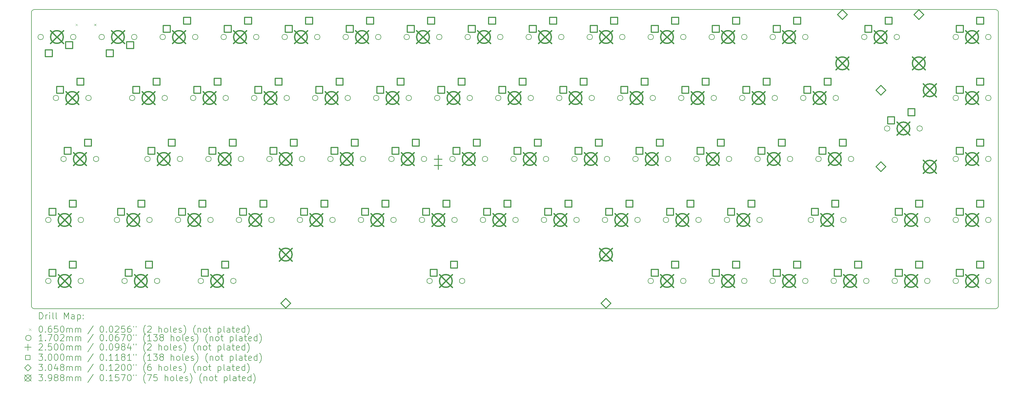
<source format=gbr>
%TF.GenerationSoftware,KiCad,Pcbnew,(6.0.10)*%
%TF.CreationDate,2023-02-16T19:17:24+01:00*%
%TF.ProjectId,kuro65,6b75726f-3635-42e6-9b69-6361645f7063,rev?*%
%TF.SameCoordinates,Original*%
%TF.FileFunction,Drillmap*%
%TF.FilePolarity,Positive*%
%FSLAX45Y45*%
G04 Gerber Fmt 4.5, Leading zero omitted, Abs format (unit mm)*
G04 Created by KiCad (PCBNEW (6.0.10)) date 2023-02-16 19:17:24*
%MOMM*%
%LPD*%
G01*
G04 APERTURE LIST*
%ADD10C,0.150000*%
%ADD11C,0.200000*%
%ADD12C,0.065000*%
%ADD13C,0.170180*%
%ADD14C,0.250000*%
%ADD15C,0.300000*%
%ADD16C,0.304800*%
%ADD17C,0.398780*%
G04 APERTURE END LIST*
D10*
X0Y-9250000D02*
X0Y-100000D01*
X30100000Y-9350000D02*
G75*
G03*
X30200000Y-9250000I0J100000D01*
G01*
X0Y-9250000D02*
G75*
G03*
X100000Y-9350000I100000J0D01*
G01*
X100000Y0D02*
G75*
G03*
X0Y-100000I0J-100000D01*
G01*
X30200000Y-9250000D02*
X30200000Y-100000D01*
X30200000Y-100000D02*
G75*
G03*
X30100000Y0I-100000J0D01*
G01*
X100000Y0D02*
X30100000Y0D01*
X100000Y-9350000D02*
X30100000Y-9350000D01*
D11*
D12*
X1381500Y-445500D02*
X1446500Y-510500D01*
X1446500Y-445500D02*
X1381500Y-510500D01*
X1959500Y-445500D02*
X2024500Y-510500D01*
X2024500Y-445500D02*
X1959500Y-510500D01*
D13*
X377090Y-860000D02*
G75*
G03*
X377090Y-860000I-85090J0D01*
G01*
X615215Y-6575000D02*
G75*
G03*
X615215Y-6575000I-85090J0D01*
G01*
X615215Y-8480000D02*
G75*
G03*
X615215Y-8480000I-85090J0D01*
G01*
X853340Y-2765000D02*
G75*
G03*
X853340Y-2765000I-85090J0D01*
G01*
X1091465Y-4670000D02*
G75*
G03*
X1091465Y-4670000I-85090J0D01*
G01*
X1393090Y-860000D02*
G75*
G03*
X1393090Y-860000I-85090J0D01*
G01*
X1631215Y-6575000D02*
G75*
G03*
X1631215Y-6575000I-85090J0D01*
G01*
X1631215Y-8480000D02*
G75*
G03*
X1631215Y-8480000I-85090J0D01*
G01*
X1869340Y-2765000D02*
G75*
G03*
X1869340Y-2765000I-85090J0D01*
G01*
X2107465Y-4670000D02*
G75*
G03*
X2107465Y-4670000I-85090J0D01*
G01*
X2282090Y-860000D02*
G75*
G03*
X2282090Y-860000I-85090J0D01*
G01*
X2758340Y-6575000D02*
G75*
G03*
X2758340Y-6575000I-85090J0D01*
G01*
X2996465Y-8480000D02*
G75*
G03*
X2996465Y-8480000I-85090J0D01*
G01*
X3234590Y-2765000D02*
G75*
G03*
X3234590Y-2765000I-85090J0D01*
G01*
X3298090Y-860000D02*
G75*
G03*
X3298090Y-860000I-85090J0D01*
G01*
X3710840Y-4670000D02*
G75*
G03*
X3710840Y-4670000I-85090J0D01*
G01*
X3774340Y-6575000D02*
G75*
G03*
X3774340Y-6575000I-85090J0D01*
G01*
X4012465Y-8480000D02*
G75*
G03*
X4012465Y-8480000I-85090J0D01*
G01*
X4187090Y-860000D02*
G75*
G03*
X4187090Y-860000I-85090J0D01*
G01*
X4250590Y-2765000D02*
G75*
G03*
X4250590Y-2765000I-85090J0D01*
G01*
X4663340Y-6575000D02*
G75*
G03*
X4663340Y-6575000I-85090J0D01*
G01*
X4726840Y-4670000D02*
G75*
G03*
X4726840Y-4670000I-85090J0D01*
G01*
X5139590Y-2765000D02*
G75*
G03*
X5139590Y-2765000I-85090J0D01*
G01*
X5203090Y-860000D02*
G75*
G03*
X5203090Y-860000I-85090J0D01*
G01*
X5377715Y-8480000D02*
G75*
G03*
X5377715Y-8480000I-85090J0D01*
G01*
X5615840Y-4670000D02*
G75*
G03*
X5615840Y-4670000I-85090J0D01*
G01*
X5679340Y-6575000D02*
G75*
G03*
X5679340Y-6575000I-85090J0D01*
G01*
X6092090Y-860000D02*
G75*
G03*
X6092090Y-860000I-85090J0D01*
G01*
X6155590Y-2765000D02*
G75*
G03*
X6155590Y-2765000I-85090J0D01*
G01*
X6393715Y-8480000D02*
G75*
G03*
X6393715Y-8480000I-85090J0D01*
G01*
X6568340Y-6575000D02*
G75*
G03*
X6568340Y-6575000I-85090J0D01*
G01*
X6631840Y-4670000D02*
G75*
G03*
X6631840Y-4670000I-85090J0D01*
G01*
X7044590Y-2765000D02*
G75*
G03*
X7044590Y-2765000I-85090J0D01*
G01*
X7108090Y-860000D02*
G75*
G03*
X7108090Y-860000I-85090J0D01*
G01*
X7520840Y-4670000D02*
G75*
G03*
X7520840Y-4670000I-85090J0D01*
G01*
X7584340Y-6575000D02*
G75*
G03*
X7584340Y-6575000I-85090J0D01*
G01*
X7997090Y-860000D02*
G75*
G03*
X7997090Y-860000I-85090J0D01*
G01*
X8060590Y-2765000D02*
G75*
G03*
X8060590Y-2765000I-85090J0D01*
G01*
X8473340Y-6575000D02*
G75*
G03*
X8473340Y-6575000I-85090J0D01*
G01*
X8536840Y-4670000D02*
G75*
G03*
X8536840Y-4670000I-85090J0D01*
G01*
X8949590Y-2765000D02*
G75*
G03*
X8949590Y-2765000I-85090J0D01*
G01*
X9013090Y-860000D02*
G75*
G03*
X9013090Y-860000I-85090J0D01*
G01*
X9425840Y-4670000D02*
G75*
G03*
X9425840Y-4670000I-85090J0D01*
G01*
X9489340Y-6575000D02*
G75*
G03*
X9489340Y-6575000I-85090J0D01*
G01*
X9902090Y-860000D02*
G75*
G03*
X9902090Y-860000I-85090J0D01*
G01*
X9965590Y-2765000D02*
G75*
G03*
X9965590Y-2765000I-85090J0D01*
G01*
X10378340Y-6575000D02*
G75*
G03*
X10378340Y-6575000I-85090J0D01*
G01*
X10441840Y-4670000D02*
G75*
G03*
X10441840Y-4670000I-85090J0D01*
G01*
X10854590Y-2765000D02*
G75*
G03*
X10854590Y-2765000I-85090J0D01*
G01*
X10918090Y-860000D02*
G75*
G03*
X10918090Y-860000I-85090J0D01*
G01*
X11330840Y-4670000D02*
G75*
G03*
X11330840Y-4670000I-85090J0D01*
G01*
X11394340Y-6575000D02*
G75*
G03*
X11394340Y-6575000I-85090J0D01*
G01*
X11807090Y-860000D02*
G75*
G03*
X11807090Y-860000I-85090J0D01*
G01*
X11870590Y-2765000D02*
G75*
G03*
X11870590Y-2765000I-85090J0D01*
G01*
X12283340Y-6575000D02*
G75*
G03*
X12283340Y-6575000I-85090J0D01*
G01*
X12346840Y-4670000D02*
G75*
G03*
X12346840Y-4670000I-85090J0D01*
G01*
X12521465Y-8480000D02*
G75*
G03*
X12521465Y-8480000I-85090J0D01*
G01*
X12759590Y-2765000D02*
G75*
G03*
X12759590Y-2765000I-85090J0D01*
G01*
X12823090Y-860000D02*
G75*
G03*
X12823090Y-860000I-85090J0D01*
G01*
X13235840Y-4670000D02*
G75*
G03*
X13235840Y-4670000I-85090J0D01*
G01*
X13299340Y-6575000D02*
G75*
G03*
X13299340Y-6575000I-85090J0D01*
G01*
X13537465Y-8480000D02*
G75*
G03*
X13537465Y-8480000I-85090J0D01*
G01*
X13712090Y-860000D02*
G75*
G03*
X13712090Y-860000I-85090J0D01*
G01*
X13775590Y-2765000D02*
G75*
G03*
X13775590Y-2765000I-85090J0D01*
G01*
X14188340Y-6575000D02*
G75*
G03*
X14188340Y-6575000I-85090J0D01*
G01*
X14251840Y-4670000D02*
G75*
G03*
X14251840Y-4670000I-85090J0D01*
G01*
X14664590Y-2765000D02*
G75*
G03*
X14664590Y-2765000I-85090J0D01*
G01*
X14728090Y-860000D02*
G75*
G03*
X14728090Y-860000I-85090J0D01*
G01*
X15140840Y-4670000D02*
G75*
G03*
X15140840Y-4670000I-85090J0D01*
G01*
X15204340Y-6575000D02*
G75*
G03*
X15204340Y-6575000I-85090J0D01*
G01*
X15617090Y-860000D02*
G75*
G03*
X15617090Y-860000I-85090J0D01*
G01*
X15680590Y-2765000D02*
G75*
G03*
X15680590Y-2765000I-85090J0D01*
G01*
X16093340Y-6575000D02*
G75*
G03*
X16093340Y-6575000I-85090J0D01*
G01*
X16156840Y-4670000D02*
G75*
G03*
X16156840Y-4670000I-85090J0D01*
G01*
X16569590Y-2765000D02*
G75*
G03*
X16569590Y-2765000I-85090J0D01*
G01*
X16633090Y-860000D02*
G75*
G03*
X16633090Y-860000I-85090J0D01*
G01*
X17045840Y-4670000D02*
G75*
G03*
X17045840Y-4670000I-85090J0D01*
G01*
X17109340Y-6575000D02*
G75*
G03*
X17109340Y-6575000I-85090J0D01*
G01*
X17522090Y-860000D02*
G75*
G03*
X17522090Y-860000I-85090J0D01*
G01*
X17585590Y-2765000D02*
G75*
G03*
X17585590Y-2765000I-85090J0D01*
G01*
X17998340Y-6575000D02*
G75*
G03*
X17998340Y-6575000I-85090J0D01*
G01*
X18061840Y-4670000D02*
G75*
G03*
X18061840Y-4670000I-85090J0D01*
G01*
X18474590Y-2765000D02*
G75*
G03*
X18474590Y-2765000I-85090J0D01*
G01*
X18538090Y-860000D02*
G75*
G03*
X18538090Y-860000I-85090J0D01*
G01*
X18950840Y-4670000D02*
G75*
G03*
X18950840Y-4670000I-85090J0D01*
G01*
X19014340Y-6575000D02*
G75*
G03*
X19014340Y-6575000I-85090J0D01*
G01*
X19427090Y-860000D02*
G75*
G03*
X19427090Y-860000I-85090J0D01*
G01*
X19427090Y-8480000D02*
G75*
G03*
X19427090Y-8480000I-85090J0D01*
G01*
X19490590Y-2765000D02*
G75*
G03*
X19490590Y-2765000I-85090J0D01*
G01*
X19903340Y-6575000D02*
G75*
G03*
X19903340Y-6575000I-85090J0D01*
G01*
X19966840Y-4670000D02*
G75*
G03*
X19966840Y-4670000I-85090J0D01*
G01*
X20379590Y-2765000D02*
G75*
G03*
X20379590Y-2765000I-85090J0D01*
G01*
X20443090Y-860000D02*
G75*
G03*
X20443090Y-860000I-85090J0D01*
G01*
X20443090Y-8480000D02*
G75*
G03*
X20443090Y-8480000I-85090J0D01*
G01*
X20855840Y-4670000D02*
G75*
G03*
X20855840Y-4670000I-85090J0D01*
G01*
X20919340Y-6575000D02*
G75*
G03*
X20919340Y-6575000I-85090J0D01*
G01*
X21332090Y-860000D02*
G75*
G03*
X21332090Y-860000I-85090J0D01*
G01*
X21332090Y-8480000D02*
G75*
G03*
X21332090Y-8480000I-85090J0D01*
G01*
X21395590Y-2765000D02*
G75*
G03*
X21395590Y-2765000I-85090J0D01*
G01*
X21808340Y-6575000D02*
G75*
G03*
X21808340Y-6575000I-85090J0D01*
G01*
X21871840Y-4670000D02*
G75*
G03*
X21871840Y-4670000I-85090J0D01*
G01*
X22284590Y-2765000D02*
G75*
G03*
X22284590Y-2765000I-85090J0D01*
G01*
X22348090Y-860000D02*
G75*
G03*
X22348090Y-860000I-85090J0D01*
G01*
X22348090Y-8480000D02*
G75*
G03*
X22348090Y-8480000I-85090J0D01*
G01*
X22760840Y-4670000D02*
G75*
G03*
X22760840Y-4670000I-85090J0D01*
G01*
X22824340Y-6575000D02*
G75*
G03*
X22824340Y-6575000I-85090J0D01*
G01*
X23237090Y-860000D02*
G75*
G03*
X23237090Y-860000I-85090J0D01*
G01*
X23237090Y-8480000D02*
G75*
G03*
X23237090Y-8480000I-85090J0D01*
G01*
X23300590Y-2765000D02*
G75*
G03*
X23300590Y-2765000I-85090J0D01*
G01*
X23776840Y-4670000D02*
G75*
G03*
X23776840Y-4670000I-85090J0D01*
G01*
X24189590Y-2765000D02*
G75*
G03*
X24189590Y-2765000I-85090J0D01*
G01*
X24253090Y-860000D02*
G75*
G03*
X24253090Y-860000I-85090J0D01*
G01*
X24253090Y-8480000D02*
G75*
G03*
X24253090Y-8480000I-85090J0D01*
G01*
X24427715Y-6575000D02*
G75*
G03*
X24427715Y-6575000I-85090J0D01*
G01*
X24665840Y-4670000D02*
G75*
G03*
X24665840Y-4670000I-85090J0D01*
G01*
X25142090Y-8480000D02*
G75*
G03*
X25142090Y-8480000I-85090J0D01*
G01*
X25205590Y-2765000D02*
G75*
G03*
X25205590Y-2765000I-85090J0D01*
G01*
X25443715Y-6575000D02*
G75*
G03*
X25443715Y-6575000I-85090J0D01*
G01*
X25681840Y-4670000D02*
G75*
G03*
X25681840Y-4670000I-85090J0D01*
G01*
X26094590Y-860000D02*
G75*
G03*
X26094590Y-860000I-85090J0D01*
G01*
X26158090Y-8480000D02*
G75*
G03*
X26158090Y-8480000I-85090J0D01*
G01*
X26808965Y-3717500D02*
G75*
G03*
X26808965Y-3717500I-85090J0D01*
G01*
X27047090Y-6575000D02*
G75*
G03*
X27047090Y-6575000I-85090J0D01*
G01*
X27047090Y-8480000D02*
G75*
G03*
X27047090Y-8480000I-85090J0D01*
G01*
X27110590Y-860000D02*
G75*
G03*
X27110590Y-860000I-85090J0D01*
G01*
X27824965Y-3717500D02*
G75*
G03*
X27824965Y-3717500I-85090J0D01*
G01*
X28063090Y-6575000D02*
G75*
G03*
X28063090Y-6575000I-85090J0D01*
G01*
X28063090Y-8480000D02*
G75*
G03*
X28063090Y-8480000I-85090J0D01*
G01*
X28952090Y-860000D02*
G75*
G03*
X28952090Y-860000I-85090J0D01*
G01*
X28952090Y-2765000D02*
G75*
G03*
X28952090Y-2765000I-85090J0D01*
G01*
X28952090Y-4670000D02*
G75*
G03*
X28952090Y-4670000I-85090J0D01*
G01*
X28952090Y-6575000D02*
G75*
G03*
X28952090Y-6575000I-85090J0D01*
G01*
X28952090Y-8480000D02*
G75*
G03*
X28952090Y-8480000I-85090J0D01*
G01*
X29968090Y-860000D02*
G75*
G03*
X29968090Y-860000I-85090J0D01*
G01*
X29968090Y-2765000D02*
G75*
G03*
X29968090Y-2765000I-85090J0D01*
G01*
X29968090Y-4670000D02*
G75*
G03*
X29968090Y-4670000I-85090J0D01*
G01*
X29968090Y-6575000D02*
G75*
G03*
X29968090Y-6575000I-85090J0D01*
G01*
X29968090Y-8480000D02*
G75*
G03*
X29968090Y-8480000I-85090J0D01*
G01*
D14*
X12700000Y-4545000D02*
X12700000Y-4795000D01*
X12575000Y-4670000D02*
X12825000Y-4670000D01*
X12700000Y-4745000D02*
X12700000Y-4995000D01*
X12575000Y-4870000D02*
X12825000Y-4870000D01*
D15*
X652067Y-1474067D02*
X652067Y-1261933D01*
X439933Y-1261933D01*
X439933Y-1474067D01*
X652067Y-1474067D01*
X763192Y-6427067D02*
X763192Y-6214933D01*
X551058Y-6214933D01*
X551058Y-6427067D01*
X763192Y-6427067D01*
X763192Y-8332067D02*
X763192Y-8119933D01*
X551058Y-8119933D01*
X551058Y-8332067D01*
X763192Y-8332067D01*
X1001317Y-2617067D02*
X1001317Y-2404933D01*
X789183Y-2404933D01*
X789183Y-2617067D01*
X1001317Y-2617067D01*
X1239442Y-4522067D02*
X1239442Y-4309933D01*
X1027308Y-4309933D01*
X1027308Y-4522067D01*
X1239442Y-4522067D01*
X1287067Y-1220067D02*
X1287067Y-1007933D01*
X1074933Y-1007933D01*
X1074933Y-1220067D01*
X1287067Y-1220067D01*
X1398192Y-6173067D02*
X1398192Y-5960933D01*
X1186058Y-5960933D01*
X1186058Y-6173067D01*
X1398192Y-6173067D01*
X1398192Y-8078067D02*
X1398192Y-7865933D01*
X1186058Y-7865933D01*
X1186058Y-8078067D01*
X1398192Y-8078067D01*
X1636317Y-2363067D02*
X1636317Y-2150933D01*
X1424183Y-2150933D01*
X1424183Y-2363067D01*
X1636317Y-2363067D01*
X1874442Y-4268067D02*
X1874442Y-4055933D01*
X1662308Y-4055933D01*
X1662308Y-4268067D01*
X1874442Y-4268067D01*
X2557067Y-1474067D02*
X2557067Y-1261933D01*
X2344933Y-1261933D01*
X2344933Y-1474067D01*
X2557067Y-1474067D01*
X2906317Y-6427067D02*
X2906317Y-6214933D01*
X2694183Y-6214933D01*
X2694183Y-6427067D01*
X2906317Y-6427067D01*
X3144442Y-8332067D02*
X3144442Y-8119933D01*
X2932308Y-8119933D01*
X2932308Y-8332067D01*
X3144442Y-8332067D01*
X3192067Y-1220067D02*
X3192067Y-1007933D01*
X2979933Y-1007933D01*
X2979933Y-1220067D01*
X3192067Y-1220067D01*
X3382567Y-2617067D02*
X3382567Y-2404933D01*
X3170433Y-2404933D01*
X3170433Y-2617067D01*
X3382567Y-2617067D01*
X3541317Y-6173067D02*
X3541317Y-5960933D01*
X3329183Y-5960933D01*
X3329183Y-6173067D01*
X3541317Y-6173067D01*
X3779442Y-8078067D02*
X3779442Y-7865933D01*
X3567308Y-7865933D01*
X3567308Y-8078067D01*
X3779442Y-8078067D01*
X3858817Y-4522067D02*
X3858817Y-4309933D01*
X3646683Y-4309933D01*
X3646683Y-4522067D01*
X3858817Y-4522067D01*
X4017567Y-2363067D02*
X4017567Y-2150933D01*
X3805433Y-2150933D01*
X3805433Y-2363067D01*
X4017567Y-2363067D01*
X4335067Y-712067D02*
X4335067Y-499933D01*
X4122933Y-499933D01*
X4122933Y-712067D01*
X4335067Y-712067D01*
X4493817Y-4268067D02*
X4493817Y-4055933D01*
X4281683Y-4055933D01*
X4281683Y-4268067D01*
X4493817Y-4268067D01*
X4811317Y-6427067D02*
X4811317Y-6214933D01*
X4599183Y-6214933D01*
X4599183Y-6427067D01*
X4811317Y-6427067D01*
X4970067Y-458067D02*
X4970067Y-245933D01*
X4757933Y-245933D01*
X4757933Y-458067D01*
X4970067Y-458067D01*
X5287567Y-2617067D02*
X5287567Y-2404933D01*
X5075433Y-2404933D01*
X5075433Y-2617067D01*
X5287567Y-2617067D01*
X5446317Y-6173067D02*
X5446317Y-5960933D01*
X5234183Y-5960933D01*
X5234183Y-6173067D01*
X5446317Y-6173067D01*
X5525692Y-8332067D02*
X5525692Y-8119933D01*
X5313558Y-8119933D01*
X5313558Y-8332067D01*
X5525692Y-8332067D01*
X5763817Y-4522067D02*
X5763817Y-4309933D01*
X5551683Y-4309933D01*
X5551683Y-4522067D01*
X5763817Y-4522067D01*
X5922567Y-2363067D02*
X5922567Y-2150933D01*
X5710433Y-2150933D01*
X5710433Y-2363067D01*
X5922567Y-2363067D01*
X6160692Y-8078067D02*
X6160692Y-7865933D01*
X5948558Y-7865933D01*
X5948558Y-8078067D01*
X6160692Y-8078067D01*
X6240067Y-712067D02*
X6240067Y-499933D01*
X6027933Y-499933D01*
X6027933Y-712067D01*
X6240067Y-712067D01*
X6398817Y-4268067D02*
X6398817Y-4055933D01*
X6186683Y-4055933D01*
X6186683Y-4268067D01*
X6398817Y-4268067D01*
X6716317Y-6427067D02*
X6716317Y-6214933D01*
X6504183Y-6214933D01*
X6504183Y-6427067D01*
X6716317Y-6427067D01*
X6875067Y-458067D02*
X6875067Y-245933D01*
X6662933Y-245933D01*
X6662933Y-458067D01*
X6875067Y-458067D01*
X7192567Y-2617067D02*
X7192567Y-2404933D01*
X6980433Y-2404933D01*
X6980433Y-2617067D01*
X7192567Y-2617067D01*
X7351317Y-6173067D02*
X7351317Y-5960933D01*
X7139183Y-5960933D01*
X7139183Y-6173067D01*
X7351317Y-6173067D01*
X7668817Y-4522067D02*
X7668817Y-4309933D01*
X7456683Y-4309933D01*
X7456683Y-4522067D01*
X7668817Y-4522067D01*
X7827567Y-2363067D02*
X7827567Y-2150933D01*
X7615433Y-2150933D01*
X7615433Y-2363067D01*
X7827567Y-2363067D01*
X8145067Y-712067D02*
X8145067Y-499933D01*
X7932933Y-499933D01*
X7932933Y-712067D01*
X8145067Y-712067D01*
X8303817Y-4268067D02*
X8303817Y-4055933D01*
X8091683Y-4055933D01*
X8091683Y-4268067D01*
X8303817Y-4268067D01*
X8621317Y-6427067D02*
X8621317Y-6214933D01*
X8409183Y-6214933D01*
X8409183Y-6427067D01*
X8621317Y-6427067D01*
X8780067Y-458067D02*
X8780067Y-245933D01*
X8567933Y-245933D01*
X8567933Y-458067D01*
X8780067Y-458067D01*
X9097567Y-2617067D02*
X9097567Y-2404933D01*
X8885433Y-2404933D01*
X8885433Y-2617067D01*
X9097567Y-2617067D01*
X9256317Y-6173067D02*
X9256317Y-5960933D01*
X9044183Y-5960933D01*
X9044183Y-6173067D01*
X9256317Y-6173067D01*
X9573817Y-4522067D02*
X9573817Y-4309933D01*
X9361683Y-4309933D01*
X9361683Y-4522067D01*
X9573817Y-4522067D01*
X9732567Y-2363067D02*
X9732567Y-2150933D01*
X9520433Y-2150933D01*
X9520433Y-2363067D01*
X9732567Y-2363067D01*
X10050067Y-712067D02*
X10050067Y-499933D01*
X9837933Y-499933D01*
X9837933Y-712067D01*
X10050067Y-712067D01*
X10208817Y-4268067D02*
X10208817Y-4055933D01*
X9996683Y-4055933D01*
X9996683Y-4268067D01*
X10208817Y-4268067D01*
X10526317Y-6427067D02*
X10526317Y-6214933D01*
X10314183Y-6214933D01*
X10314183Y-6427067D01*
X10526317Y-6427067D01*
X10685067Y-458067D02*
X10685067Y-245933D01*
X10472933Y-245933D01*
X10472933Y-458067D01*
X10685067Y-458067D01*
X11002567Y-2617067D02*
X11002567Y-2404933D01*
X10790433Y-2404933D01*
X10790433Y-2617067D01*
X11002567Y-2617067D01*
X11161317Y-6173067D02*
X11161317Y-5960933D01*
X10949183Y-5960933D01*
X10949183Y-6173067D01*
X11161317Y-6173067D01*
X11478817Y-4522067D02*
X11478817Y-4309933D01*
X11266683Y-4309933D01*
X11266683Y-4522067D01*
X11478817Y-4522067D01*
X11637567Y-2363067D02*
X11637567Y-2150933D01*
X11425433Y-2150933D01*
X11425433Y-2363067D01*
X11637567Y-2363067D01*
X11955067Y-712067D02*
X11955067Y-499933D01*
X11742933Y-499933D01*
X11742933Y-712067D01*
X11955067Y-712067D01*
X12113817Y-4268067D02*
X12113817Y-4055933D01*
X11901683Y-4055933D01*
X11901683Y-4268067D01*
X12113817Y-4268067D01*
X12431317Y-6427067D02*
X12431317Y-6214933D01*
X12219183Y-6214933D01*
X12219183Y-6427067D01*
X12431317Y-6427067D01*
X12590067Y-458067D02*
X12590067Y-245933D01*
X12377933Y-245933D01*
X12377933Y-458067D01*
X12590067Y-458067D01*
X12669442Y-8332067D02*
X12669442Y-8119933D01*
X12457308Y-8119933D01*
X12457308Y-8332067D01*
X12669442Y-8332067D01*
X12907567Y-2617067D02*
X12907567Y-2404933D01*
X12695433Y-2404933D01*
X12695433Y-2617067D01*
X12907567Y-2617067D01*
X13066317Y-6173067D02*
X13066317Y-5960933D01*
X12854183Y-5960933D01*
X12854183Y-6173067D01*
X13066317Y-6173067D01*
X13304442Y-8078067D02*
X13304442Y-7865933D01*
X13092308Y-7865933D01*
X13092308Y-8078067D01*
X13304442Y-8078067D01*
X13383817Y-4522067D02*
X13383817Y-4309933D01*
X13171683Y-4309933D01*
X13171683Y-4522067D01*
X13383817Y-4522067D01*
X13542567Y-2363067D02*
X13542567Y-2150933D01*
X13330433Y-2150933D01*
X13330433Y-2363067D01*
X13542567Y-2363067D01*
X13860067Y-712067D02*
X13860067Y-499933D01*
X13647933Y-499933D01*
X13647933Y-712067D01*
X13860067Y-712067D01*
X14018817Y-4268067D02*
X14018817Y-4055933D01*
X13806683Y-4055933D01*
X13806683Y-4268067D01*
X14018817Y-4268067D01*
X14336317Y-6427067D02*
X14336317Y-6214933D01*
X14124183Y-6214933D01*
X14124183Y-6427067D01*
X14336317Y-6427067D01*
X14495067Y-458067D02*
X14495067Y-245933D01*
X14282933Y-245933D01*
X14282933Y-458067D01*
X14495067Y-458067D01*
X14812567Y-2617067D02*
X14812567Y-2404933D01*
X14600433Y-2404933D01*
X14600433Y-2617067D01*
X14812567Y-2617067D01*
X14971317Y-6173067D02*
X14971317Y-5960933D01*
X14759183Y-5960933D01*
X14759183Y-6173067D01*
X14971317Y-6173067D01*
X15288817Y-4522067D02*
X15288817Y-4309933D01*
X15076683Y-4309933D01*
X15076683Y-4522067D01*
X15288817Y-4522067D01*
X15447567Y-2363067D02*
X15447567Y-2150933D01*
X15235433Y-2150933D01*
X15235433Y-2363067D01*
X15447567Y-2363067D01*
X15765067Y-712067D02*
X15765067Y-499933D01*
X15552933Y-499933D01*
X15552933Y-712067D01*
X15765067Y-712067D01*
X15923817Y-4268067D02*
X15923817Y-4055933D01*
X15711683Y-4055933D01*
X15711683Y-4268067D01*
X15923817Y-4268067D01*
X16241317Y-6427067D02*
X16241317Y-6214933D01*
X16029183Y-6214933D01*
X16029183Y-6427067D01*
X16241317Y-6427067D01*
X16400067Y-458067D02*
X16400067Y-245933D01*
X16187933Y-245933D01*
X16187933Y-458067D01*
X16400067Y-458067D01*
X16717567Y-2617067D02*
X16717567Y-2404933D01*
X16505433Y-2404933D01*
X16505433Y-2617067D01*
X16717567Y-2617067D01*
X16876317Y-6173067D02*
X16876317Y-5960933D01*
X16664183Y-5960933D01*
X16664183Y-6173067D01*
X16876317Y-6173067D01*
X17193817Y-4522067D02*
X17193817Y-4309933D01*
X16981683Y-4309933D01*
X16981683Y-4522067D01*
X17193817Y-4522067D01*
X17352567Y-2363067D02*
X17352567Y-2150933D01*
X17140433Y-2150933D01*
X17140433Y-2363067D01*
X17352567Y-2363067D01*
X17670067Y-712067D02*
X17670067Y-499933D01*
X17457933Y-499933D01*
X17457933Y-712067D01*
X17670067Y-712067D01*
X17828817Y-4268067D02*
X17828817Y-4055933D01*
X17616683Y-4055933D01*
X17616683Y-4268067D01*
X17828817Y-4268067D01*
X18146317Y-6427067D02*
X18146317Y-6214933D01*
X17934183Y-6214933D01*
X17934183Y-6427067D01*
X18146317Y-6427067D01*
X18305067Y-458067D02*
X18305067Y-245933D01*
X18092933Y-245933D01*
X18092933Y-458067D01*
X18305067Y-458067D01*
X18622567Y-2617067D02*
X18622567Y-2404933D01*
X18410433Y-2404933D01*
X18410433Y-2617067D01*
X18622567Y-2617067D01*
X18781317Y-6173067D02*
X18781317Y-5960933D01*
X18569183Y-5960933D01*
X18569183Y-6173067D01*
X18781317Y-6173067D01*
X19098817Y-4522067D02*
X19098817Y-4309933D01*
X18886683Y-4309933D01*
X18886683Y-4522067D01*
X19098817Y-4522067D01*
X19257567Y-2363067D02*
X19257567Y-2150933D01*
X19045433Y-2150933D01*
X19045433Y-2363067D01*
X19257567Y-2363067D01*
X19575067Y-712067D02*
X19575067Y-499933D01*
X19362933Y-499933D01*
X19362933Y-712067D01*
X19575067Y-712067D01*
X19575067Y-8332067D02*
X19575067Y-8119933D01*
X19362933Y-8119933D01*
X19362933Y-8332067D01*
X19575067Y-8332067D01*
X19733817Y-4268067D02*
X19733817Y-4055933D01*
X19521683Y-4055933D01*
X19521683Y-4268067D01*
X19733817Y-4268067D01*
X20051317Y-6427067D02*
X20051317Y-6214933D01*
X19839183Y-6214933D01*
X19839183Y-6427067D01*
X20051317Y-6427067D01*
X20210067Y-458067D02*
X20210067Y-245933D01*
X19997933Y-245933D01*
X19997933Y-458067D01*
X20210067Y-458067D01*
X20210067Y-8078067D02*
X20210067Y-7865933D01*
X19997933Y-7865933D01*
X19997933Y-8078067D01*
X20210067Y-8078067D01*
X20527567Y-2617067D02*
X20527567Y-2404933D01*
X20315433Y-2404933D01*
X20315433Y-2617067D01*
X20527567Y-2617067D01*
X20686317Y-6173067D02*
X20686317Y-5960933D01*
X20474183Y-5960933D01*
X20474183Y-6173067D01*
X20686317Y-6173067D01*
X21003817Y-4522067D02*
X21003817Y-4309933D01*
X20791683Y-4309933D01*
X20791683Y-4522067D01*
X21003817Y-4522067D01*
X21162567Y-2363067D02*
X21162567Y-2150933D01*
X20950433Y-2150933D01*
X20950433Y-2363067D01*
X21162567Y-2363067D01*
X21480067Y-712067D02*
X21480067Y-499933D01*
X21267933Y-499933D01*
X21267933Y-712067D01*
X21480067Y-712067D01*
X21480067Y-8332067D02*
X21480067Y-8119933D01*
X21267933Y-8119933D01*
X21267933Y-8332067D01*
X21480067Y-8332067D01*
X21638817Y-4268067D02*
X21638817Y-4055933D01*
X21426683Y-4055933D01*
X21426683Y-4268067D01*
X21638817Y-4268067D01*
X21956317Y-6427067D02*
X21956317Y-6214933D01*
X21744183Y-6214933D01*
X21744183Y-6427067D01*
X21956317Y-6427067D01*
X22115067Y-458067D02*
X22115067Y-245933D01*
X21902933Y-245933D01*
X21902933Y-458067D01*
X22115067Y-458067D01*
X22115067Y-8078067D02*
X22115067Y-7865933D01*
X21902933Y-7865933D01*
X21902933Y-8078067D01*
X22115067Y-8078067D01*
X22432567Y-2617067D02*
X22432567Y-2404933D01*
X22220433Y-2404933D01*
X22220433Y-2617067D01*
X22432567Y-2617067D01*
X22591317Y-6173067D02*
X22591317Y-5960933D01*
X22379183Y-5960933D01*
X22379183Y-6173067D01*
X22591317Y-6173067D01*
X22908817Y-4522067D02*
X22908817Y-4309933D01*
X22696683Y-4309933D01*
X22696683Y-4522067D01*
X22908817Y-4522067D01*
X23067567Y-2363067D02*
X23067567Y-2150933D01*
X22855433Y-2150933D01*
X22855433Y-2363067D01*
X23067567Y-2363067D01*
X23385067Y-712067D02*
X23385067Y-499933D01*
X23172933Y-499933D01*
X23172933Y-712067D01*
X23385067Y-712067D01*
X23385067Y-8332067D02*
X23385067Y-8119933D01*
X23172933Y-8119933D01*
X23172933Y-8332067D01*
X23385067Y-8332067D01*
X23543817Y-4268067D02*
X23543817Y-4055933D01*
X23331683Y-4055933D01*
X23331683Y-4268067D01*
X23543817Y-4268067D01*
X24020067Y-458067D02*
X24020067Y-245933D01*
X23807933Y-245933D01*
X23807933Y-458067D01*
X24020067Y-458067D01*
X24020067Y-8078067D02*
X24020067Y-7865933D01*
X23807933Y-7865933D01*
X23807933Y-8078067D01*
X24020067Y-8078067D01*
X24337567Y-2617067D02*
X24337567Y-2404933D01*
X24125433Y-2404933D01*
X24125433Y-2617067D01*
X24337567Y-2617067D01*
X24575692Y-6427067D02*
X24575692Y-6214933D01*
X24363558Y-6214933D01*
X24363558Y-6427067D01*
X24575692Y-6427067D01*
X24813817Y-4522067D02*
X24813817Y-4309933D01*
X24601683Y-4309933D01*
X24601683Y-4522067D01*
X24813817Y-4522067D01*
X24972567Y-2363067D02*
X24972567Y-2150933D01*
X24760433Y-2150933D01*
X24760433Y-2363067D01*
X24972567Y-2363067D01*
X25210692Y-6173067D02*
X25210692Y-5960933D01*
X24998558Y-5960933D01*
X24998558Y-6173067D01*
X25210692Y-6173067D01*
X25290067Y-8332067D02*
X25290067Y-8119933D01*
X25077933Y-8119933D01*
X25077933Y-8332067D01*
X25290067Y-8332067D01*
X25448817Y-4268067D02*
X25448817Y-4055933D01*
X25236683Y-4055933D01*
X25236683Y-4268067D01*
X25448817Y-4268067D01*
X25925067Y-8078067D02*
X25925067Y-7865933D01*
X25712933Y-7865933D01*
X25712933Y-8078067D01*
X25925067Y-8078067D01*
X26242567Y-712067D02*
X26242567Y-499933D01*
X26030433Y-499933D01*
X26030433Y-712067D01*
X26242567Y-712067D01*
X26877567Y-458067D02*
X26877567Y-245933D01*
X26665433Y-245933D01*
X26665433Y-458067D01*
X26877567Y-458067D01*
X26956942Y-3569567D02*
X26956942Y-3357433D01*
X26744808Y-3357433D01*
X26744808Y-3569567D01*
X26956942Y-3569567D01*
X27195067Y-6427067D02*
X27195067Y-6214933D01*
X26982933Y-6214933D01*
X26982933Y-6427067D01*
X27195067Y-6427067D01*
X27195067Y-8332067D02*
X27195067Y-8119933D01*
X26982933Y-8119933D01*
X26982933Y-8332067D01*
X27195067Y-8332067D01*
X27591942Y-3315567D02*
X27591942Y-3103433D01*
X27379808Y-3103433D01*
X27379808Y-3315567D01*
X27591942Y-3315567D01*
X27830067Y-6173067D02*
X27830067Y-5960933D01*
X27617933Y-5960933D01*
X27617933Y-6173067D01*
X27830067Y-6173067D01*
X27830067Y-8078067D02*
X27830067Y-7865933D01*
X27617933Y-7865933D01*
X27617933Y-8078067D01*
X27830067Y-8078067D01*
X29100067Y-712067D02*
X29100067Y-499933D01*
X28887933Y-499933D01*
X28887933Y-712067D01*
X29100067Y-712067D01*
X29100067Y-2617067D02*
X29100067Y-2404933D01*
X28887933Y-2404933D01*
X28887933Y-2617067D01*
X29100067Y-2617067D01*
X29100067Y-4522067D02*
X29100067Y-4309933D01*
X28887933Y-4309933D01*
X28887933Y-4522067D01*
X29100067Y-4522067D01*
X29100067Y-6427067D02*
X29100067Y-6214933D01*
X28887933Y-6214933D01*
X28887933Y-6427067D01*
X29100067Y-6427067D01*
X29100067Y-8332067D02*
X29100067Y-8119933D01*
X28887933Y-8119933D01*
X28887933Y-8332067D01*
X29100067Y-8332067D01*
X29735067Y-458067D02*
X29735067Y-245933D01*
X29522933Y-245933D01*
X29522933Y-458067D01*
X29735067Y-458067D01*
X29735067Y-2363067D02*
X29735067Y-2150933D01*
X29522933Y-2150933D01*
X29522933Y-2363067D01*
X29735067Y-2363067D01*
X29735067Y-4268067D02*
X29735067Y-4055933D01*
X29522933Y-4055933D01*
X29522933Y-4268067D01*
X29735067Y-4268067D01*
X29735067Y-6173067D02*
X29735067Y-5960933D01*
X29522933Y-5960933D01*
X29522933Y-6173067D01*
X29735067Y-6173067D01*
X29735067Y-8078067D02*
X29735067Y-7865933D01*
X29522933Y-7865933D01*
X29522933Y-8078067D01*
X29735067Y-8078067D01*
D16*
X7944375Y-9330900D02*
X8096775Y-9178500D01*
X7944375Y-9026100D01*
X7791975Y-9178500D01*
X7944375Y-9330900D01*
X17944375Y-9330900D02*
X18096775Y-9178500D01*
X17944375Y-9026100D01*
X17791975Y-9178500D01*
X17944375Y-9330900D01*
X25323700Y-313900D02*
X25476100Y-161500D01*
X25323700Y-9100D01*
X25171300Y-161500D01*
X25323700Y-313900D01*
X26533375Y-2676100D02*
X26685775Y-2523700D01*
X26533375Y-2371300D01*
X26380975Y-2523700D01*
X26533375Y-2676100D01*
X26533375Y-5063700D02*
X26685775Y-4911300D01*
X26533375Y-4758900D01*
X26380975Y-4911300D01*
X26533375Y-5063700D01*
X27711300Y-313900D02*
X27863700Y-161500D01*
X27711300Y-9100D01*
X27558900Y-161500D01*
X27711300Y-313900D01*
D17*
X600610Y-660610D02*
X999390Y-1059390D01*
X999390Y-660610D02*
X600610Y-1059390D01*
X999390Y-860000D02*
G75*
G03*
X999390Y-860000I-199390J0D01*
G01*
X838735Y-6375610D02*
X1237515Y-6774390D01*
X1237515Y-6375610D02*
X838735Y-6774390D01*
X1237515Y-6575000D02*
G75*
G03*
X1237515Y-6575000I-199390J0D01*
G01*
X838735Y-8280610D02*
X1237515Y-8679390D01*
X1237515Y-8280610D02*
X838735Y-8679390D01*
X1237515Y-8480000D02*
G75*
G03*
X1237515Y-8480000I-199390J0D01*
G01*
X1076860Y-2565610D02*
X1475640Y-2964390D01*
X1475640Y-2565610D02*
X1076860Y-2964390D01*
X1475640Y-2765000D02*
G75*
G03*
X1475640Y-2765000I-199390J0D01*
G01*
X1314985Y-4470610D02*
X1713765Y-4869390D01*
X1713765Y-4470610D02*
X1314985Y-4869390D01*
X1713765Y-4670000D02*
G75*
G03*
X1713765Y-4670000I-199390J0D01*
G01*
X2505610Y-660610D02*
X2904390Y-1059390D01*
X2904390Y-660610D02*
X2505610Y-1059390D01*
X2904390Y-860000D02*
G75*
G03*
X2904390Y-860000I-199390J0D01*
G01*
X2981860Y-6375610D02*
X3380640Y-6774390D01*
X3380640Y-6375610D02*
X2981860Y-6774390D01*
X3380640Y-6575000D02*
G75*
G03*
X3380640Y-6575000I-199390J0D01*
G01*
X3219985Y-8280610D02*
X3618765Y-8679390D01*
X3618765Y-8280610D02*
X3219985Y-8679390D01*
X3618765Y-8480000D02*
G75*
G03*
X3618765Y-8480000I-199390J0D01*
G01*
X3458110Y-2565610D02*
X3856890Y-2964390D01*
X3856890Y-2565610D02*
X3458110Y-2964390D01*
X3856890Y-2765000D02*
G75*
G03*
X3856890Y-2765000I-199390J0D01*
G01*
X3934360Y-4470610D02*
X4333140Y-4869390D01*
X4333140Y-4470610D02*
X3934360Y-4869390D01*
X4333140Y-4670000D02*
G75*
G03*
X4333140Y-4670000I-199390J0D01*
G01*
X4410610Y-660610D02*
X4809390Y-1059390D01*
X4809390Y-660610D02*
X4410610Y-1059390D01*
X4809390Y-860000D02*
G75*
G03*
X4809390Y-860000I-199390J0D01*
G01*
X4886860Y-6375610D02*
X5285640Y-6774390D01*
X5285640Y-6375610D02*
X4886860Y-6774390D01*
X5285640Y-6575000D02*
G75*
G03*
X5285640Y-6575000I-199390J0D01*
G01*
X5363110Y-2565610D02*
X5761890Y-2964390D01*
X5761890Y-2565610D02*
X5363110Y-2964390D01*
X5761890Y-2765000D02*
G75*
G03*
X5761890Y-2765000I-199390J0D01*
G01*
X5601235Y-8280610D02*
X6000015Y-8679390D01*
X6000015Y-8280610D02*
X5601235Y-8679390D01*
X6000015Y-8480000D02*
G75*
G03*
X6000015Y-8480000I-199390J0D01*
G01*
X5839360Y-4470610D02*
X6238140Y-4869390D01*
X6238140Y-4470610D02*
X5839360Y-4869390D01*
X6238140Y-4670000D02*
G75*
G03*
X6238140Y-4670000I-199390J0D01*
G01*
X6315610Y-660610D02*
X6714390Y-1059390D01*
X6714390Y-660610D02*
X6315610Y-1059390D01*
X6714390Y-860000D02*
G75*
G03*
X6714390Y-860000I-199390J0D01*
G01*
X6791860Y-6375610D02*
X7190640Y-6774390D01*
X7190640Y-6375610D02*
X6791860Y-6774390D01*
X7190640Y-6575000D02*
G75*
G03*
X7190640Y-6575000I-199390J0D01*
G01*
X7268110Y-2565610D02*
X7666890Y-2964390D01*
X7666890Y-2565610D02*
X7268110Y-2964390D01*
X7666890Y-2765000D02*
G75*
G03*
X7666890Y-2765000I-199390J0D01*
G01*
X7744360Y-4470610D02*
X8143140Y-4869390D01*
X8143140Y-4470610D02*
X7744360Y-4869390D01*
X8143140Y-4670000D02*
G75*
G03*
X8143140Y-4670000I-199390J0D01*
G01*
X7744985Y-7458110D02*
X8143765Y-7856890D01*
X8143765Y-7458110D02*
X7744985Y-7856890D01*
X8143765Y-7657500D02*
G75*
G03*
X8143765Y-7657500I-199390J0D01*
G01*
X8220610Y-660610D02*
X8619390Y-1059390D01*
X8619390Y-660610D02*
X8220610Y-1059390D01*
X8619390Y-860000D02*
G75*
G03*
X8619390Y-860000I-199390J0D01*
G01*
X8696860Y-6375610D02*
X9095640Y-6774390D01*
X9095640Y-6375610D02*
X8696860Y-6774390D01*
X9095640Y-6575000D02*
G75*
G03*
X9095640Y-6575000I-199390J0D01*
G01*
X9173110Y-2565610D02*
X9571890Y-2964390D01*
X9571890Y-2565610D02*
X9173110Y-2964390D01*
X9571890Y-2765000D02*
G75*
G03*
X9571890Y-2765000I-199390J0D01*
G01*
X9649360Y-4470610D02*
X10048140Y-4869390D01*
X10048140Y-4470610D02*
X9649360Y-4869390D01*
X10048140Y-4670000D02*
G75*
G03*
X10048140Y-4670000I-199390J0D01*
G01*
X10125610Y-660610D02*
X10524390Y-1059390D01*
X10524390Y-660610D02*
X10125610Y-1059390D01*
X10524390Y-860000D02*
G75*
G03*
X10524390Y-860000I-199390J0D01*
G01*
X10601860Y-6375610D02*
X11000640Y-6774390D01*
X11000640Y-6375610D02*
X10601860Y-6774390D01*
X11000640Y-6575000D02*
G75*
G03*
X11000640Y-6575000I-199390J0D01*
G01*
X11078110Y-2565610D02*
X11476890Y-2964390D01*
X11476890Y-2565610D02*
X11078110Y-2964390D01*
X11476890Y-2765000D02*
G75*
G03*
X11476890Y-2765000I-199390J0D01*
G01*
X11554360Y-4470610D02*
X11953140Y-4869390D01*
X11953140Y-4470610D02*
X11554360Y-4869390D01*
X11953140Y-4670000D02*
G75*
G03*
X11953140Y-4670000I-199390J0D01*
G01*
X12030610Y-660610D02*
X12429390Y-1059390D01*
X12429390Y-660610D02*
X12030610Y-1059390D01*
X12429390Y-860000D02*
G75*
G03*
X12429390Y-860000I-199390J0D01*
G01*
X12506860Y-6375610D02*
X12905640Y-6774390D01*
X12905640Y-6375610D02*
X12506860Y-6774390D01*
X12905640Y-6575000D02*
G75*
G03*
X12905640Y-6575000I-199390J0D01*
G01*
X12744985Y-8280610D02*
X13143765Y-8679390D01*
X13143765Y-8280610D02*
X12744985Y-8679390D01*
X13143765Y-8480000D02*
G75*
G03*
X13143765Y-8480000I-199390J0D01*
G01*
X12983110Y-2565610D02*
X13381890Y-2964390D01*
X13381890Y-2565610D02*
X12983110Y-2964390D01*
X13381890Y-2765000D02*
G75*
G03*
X13381890Y-2765000I-199390J0D01*
G01*
X13459360Y-4470610D02*
X13858140Y-4869390D01*
X13858140Y-4470610D02*
X13459360Y-4869390D01*
X13858140Y-4670000D02*
G75*
G03*
X13858140Y-4670000I-199390J0D01*
G01*
X13935610Y-660610D02*
X14334390Y-1059390D01*
X14334390Y-660610D02*
X13935610Y-1059390D01*
X14334390Y-860000D02*
G75*
G03*
X14334390Y-860000I-199390J0D01*
G01*
X14411860Y-6375610D02*
X14810640Y-6774390D01*
X14810640Y-6375610D02*
X14411860Y-6774390D01*
X14810640Y-6575000D02*
G75*
G03*
X14810640Y-6575000I-199390J0D01*
G01*
X14888110Y-2565610D02*
X15286890Y-2964390D01*
X15286890Y-2565610D02*
X14888110Y-2964390D01*
X15286890Y-2765000D02*
G75*
G03*
X15286890Y-2765000I-199390J0D01*
G01*
X15364360Y-4470610D02*
X15763140Y-4869390D01*
X15763140Y-4470610D02*
X15364360Y-4869390D01*
X15763140Y-4670000D02*
G75*
G03*
X15763140Y-4670000I-199390J0D01*
G01*
X15840610Y-660610D02*
X16239390Y-1059390D01*
X16239390Y-660610D02*
X15840610Y-1059390D01*
X16239390Y-860000D02*
G75*
G03*
X16239390Y-860000I-199390J0D01*
G01*
X16316860Y-6375610D02*
X16715640Y-6774390D01*
X16715640Y-6375610D02*
X16316860Y-6774390D01*
X16715640Y-6575000D02*
G75*
G03*
X16715640Y-6575000I-199390J0D01*
G01*
X16793110Y-2565610D02*
X17191890Y-2964390D01*
X17191890Y-2565610D02*
X16793110Y-2964390D01*
X17191890Y-2765000D02*
G75*
G03*
X17191890Y-2765000I-199390J0D01*
G01*
X17269360Y-4470610D02*
X17668140Y-4869390D01*
X17668140Y-4470610D02*
X17269360Y-4869390D01*
X17668140Y-4670000D02*
G75*
G03*
X17668140Y-4670000I-199390J0D01*
G01*
X17744985Y-7458110D02*
X18143765Y-7856890D01*
X18143765Y-7458110D02*
X17744985Y-7856890D01*
X18143765Y-7657500D02*
G75*
G03*
X18143765Y-7657500I-199390J0D01*
G01*
X17745610Y-660610D02*
X18144390Y-1059390D01*
X18144390Y-660610D02*
X17745610Y-1059390D01*
X18144390Y-860000D02*
G75*
G03*
X18144390Y-860000I-199390J0D01*
G01*
X18221860Y-6375610D02*
X18620640Y-6774390D01*
X18620640Y-6375610D02*
X18221860Y-6774390D01*
X18620640Y-6575000D02*
G75*
G03*
X18620640Y-6575000I-199390J0D01*
G01*
X18698110Y-2565610D02*
X19096890Y-2964390D01*
X19096890Y-2565610D02*
X18698110Y-2964390D01*
X19096890Y-2765000D02*
G75*
G03*
X19096890Y-2765000I-199390J0D01*
G01*
X19174360Y-4470610D02*
X19573140Y-4869390D01*
X19573140Y-4470610D02*
X19174360Y-4869390D01*
X19573140Y-4670000D02*
G75*
G03*
X19573140Y-4670000I-199390J0D01*
G01*
X19650610Y-660610D02*
X20049390Y-1059390D01*
X20049390Y-660610D02*
X19650610Y-1059390D01*
X20049390Y-860000D02*
G75*
G03*
X20049390Y-860000I-199390J0D01*
G01*
X19650610Y-8280610D02*
X20049390Y-8679390D01*
X20049390Y-8280610D02*
X19650610Y-8679390D01*
X20049390Y-8480000D02*
G75*
G03*
X20049390Y-8480000I-199390J0D01*
G01*
X20126860Y-6375610D02*
X20525640Y-6774390D01*
X20525640Y-6375610D02*
X20126860Y-6774390D01*
X20525640Y-6575000D02*
G75*
G03*
X20525640Y-6575000I-199390J0D01*
G01*
X20603110Y-2565610D02*
X21001890Y-2964390D01*
X21001890Y-2565610D02*
X20603110Y-2964390D01*
X21001890Y-2765000D02*
G75*
G03*
X21001890Y-2765000I-199390J0D01*
G01*
X21079360Y-4470610D02*
X21478140Y-4869390D01*
X21478140Y-4470610D02*
X21079360Y-4869390D01*
X21478140Y-4670000D02*
G75*
G03*
X21478140Y-4670000I-199390J0D01*
G01*
X21555610Y-660610D02*
X21954390Y-1059390D01*
X21954390Y-660610D02*
X21555610Y-1059390D01*
X21954390Y-860000D02*
G75*
G03*
X21954390Y-860000I-199390J0D01*
G01*
X21555610Y-8280610D02*
X21954390Y-8679390D01*
X21954390Y-8280610D02*
X21555610Y-8679390D01*
X21954390Y-8480000D02*
G75*
G03*
X21954390Y-8480000I-199390J0D01*
G01*
X22031860Y-6375610D02*
X22430640Y-6774390D01*
X22430640Y-6375610D02*
X22031860Y-6774390D01*
X22430640Y-6575000D02*
G75*
G03*
X22430640Y-6575000I-199390J0D01*
G01*
X22508110Y-2565610D02*
X22906890Y-2964390D01*
X22906890Y-2565610D02*
X22508110Y-2964390D01*
X22906890Y-2765000D02*
G75*
G03*
X22906890Y-2765000I-199390J0D01*
G01*
X22984360Y-4470610D02*
X23383140Y-4869390D01*
X23383140Y-4470610D02*
X22984360Y-4869390D01*
X23383140Y-4670000D02*
G75*
G03*
X23383140Y-4670000I-199390J0D01*
G01*
X23460610Y-660610D02*
X23859390Y-1059390D01*
X23859390Y-660610D02*
X23460610Y-1059390D01*
X23859390Y-860000D02*
G75*
G03*
X23859390Y-860000I-199390J0D01*
G01*
X23460610Y-8280610D02*
X23859390Y-8679390D01*
X23859390Y-8280610D02*
X23460610Y-8679390D01*
X23859390Y-8480000D02*
G75*
G03*
X23859390Y-8480000I-199390J0D01*
G01*
X24413110Y-2565610D02*
X24811890Y-2964390D01*
X24811890Y-2565610D02*
X24413110Y-2964390D01*
X24811890Y-2765000D02*
G75*
G03*
X24811890Y-2765000I-199390J0D01*
G01*
X24651235Y-6375610D02*
X25050015Y-6774390D01*
X25050015Y-6375610D02*
X24651235Y-6774390D01*
X25050015Y-6575000D02*
G75*
G03*
X25050015Y-6575000I-199390J0D01*
G01*
X24889360Y-4470610D02*
X25288140Y-4869390D01*
X25288140Y-4470610D02*
X24889360Y-4869390D01*
X25288140Y-4670000D02*
G75*
G03*
X25288140Y-4670000I-199390J0D01*
G01*
X25124310Y-1483110D02*
X25523090Y-1881890D01*
X25523090Y-1483110D02*
X25124310Y-1881890D01*
X25523090Y-1682500D02*
G75*
G03*
X25523090Y-1682500I-199390J0D01*
G01*
X25365610Y-8280610D02*
X25764390Y-8679390D01*
X25764390Y-8280610D02*
X25365610Y-8679390D01*
X25764390Y-8480000D02*
G75*
G03*
X25764390Y-8480000I-199390J0D01*
G01*
X26318110Y-660610D02*
X26716890Y-1059390D01*
X26716890Y-660610D02*
X26318110Y-1059390D01*
X26716890Y-860000D02*
G75*
G03*
X26716890Y-860000I-199390J0D01*
G01*
X27032485Y-3518110D02*
X27431265Y-3916890D01*
X27431265Y-3518110D02*
X27032485Y-3916890D01*
X27431265Y-3717500D02*
G75*
G03*
X27431265Y-3717500I-199390J0D01*
G01*
X27270610Y-6375610D02*
X27669390Y-6774390D01*
X27669390Y-6375610D02*
X27270610Y-6774390D01*
X27669390Y-6575000D02*
G75*
G03*
X27669390Y-6575000I-199390J0D01*
G01*
X27270610Y-8280610D02*
X27669390Y-8679390D01*
X27669390Y-8280610D02*
X27270610Y-8679390D01*
X27669390Y-8480000D02*
G75*
G03*
X27669390Y-8480000I-199390J0D01*
G01*
X27511910Y-1483110D02*
X27910690Y-1881890D01*
X27910690Y-1483110D02*
X27511910Y-1881890D01*
X27910690Y-1682500D02*
G75*
G03*
X27910690Y-1682500I-199390J0D01*
G01*
X27854985Y-2324310D02*
X28253765Y-2723090D01*
X28253765Y-2324310D02*
X27854985Y-2723090D01*
X28253765Y-2523700D02*
G75*
G03*
X28253765Y-2523700I-199390J0D01*
G01*
X27854985Y-4711910D02*
X28253765Y-5110690D01*
X28253765Y-4711910D02*
X27854985Y-5110690D01*
X28253765Y-4911300D02*
G75*
G03*
X28253765Y-4911300I-199390J0D01*
G01*
X29175610Y-660610D02*
X29574390Y-1059390D01*
X29574390Y-660610D02*
X29175610Y-1059390D01*
X29574390Y-860000D02*
G75*
G03*
X29574390Y-860000I-199390J0D01*
G01*
X29175610Y-2565610D02*
X29574390Y-2964390D01*
X29574390Y-2565610D02*
X29175610Y-2964390D01*
X29574390Y-2765000D02*
G75*
G03*
X29574390Y-2765000I-199390J0D01*
G01*
X29175610Y-4470610D02*
X29574390Y-4869390D01*
X29574390Y-4470610D02*
X29175610Y-4869390D01*
X29574390Y-4670000D02*
G75*
G03*
X29574390Y-4670000I-199390J0D01*
G01*
X29175610Y-6375610D02*
X29574390Y-6774390D01*
X29574390Y-6375610D02*
X29175610Y-6774390D01*
X29574390Y-6575000D02*
G75*
G03*
X29574390Y-6575000I-199390J0D01*
G01*
X29175610Y-8280610D02*
X29574390Y-8679390D01*
X29574390Y-8280610D02*
X29175610Y-8679390D01*
X29574390Y-8480000D02*
G75*
G03*
X29574390Y-8480000I-199390J0D01*
G01*
D11*
X250119Y-9667976D02*
X250119Y-9467976D01*
X297738Y-9467976D01*
X326310Y-9477500D01*
X345357Y-9496548D01*
X354881Y-9515595D01*
X364405Y-9553690D01*
X364405Y-9582262D01*
X354881Y-9620357D01*
X345357Y-9639405D01*
X326310Y-9658452D01*
X297738Y-9667976D01*
X250119Y-9667976D01*
X450119Y-9667976D02*
X450119Y-9534643D01*
X450119Y-9572738D02*
X459643Y-9553690D01*
X469167Y-9544167D01*
X488214Y-9534643D01*
X507262Y-9534643D01*
X573929Y-9667976D02*
X573929Y-9534643D01*
X573929Y-9467976D02*
X564405Y-9477500D01*
X573929Y-9487024D01*
X583452Y-9477500D01*
X573929Y-9467976D01*
X573929Y-9487024D01*
X697738Y-9667976D02*
X678690Y-9658452D01*
X669167Y-9639405D01*
X669167Y-9467976D01*
X802500Y-9667976D02*
X783452Y-9658452D01*
X773928Y-9639405D01*
X773928Y-9467976D01*
X1031071Y-9667976D02*
X1031071Y-9467976D01*
X1097738Y-9610833D01*
X1164405Y-9467976D01*
X1164405Y-9667976D01*
X1345357Y-9667976D02*
X1345357Y-9563214D01*
X1335833Y-9544167D01*
X1316786Y-9534643D01*
X1278690Y-9534643D01*
X1259643Y-9544167D01*
X1345357Y-9658452D02*
X1326310Y-9667976D01*
X1278690Y-9667976D01*
X1259643Y-9658452D01*
X1250119Y-9639405D01*
X1250119Y-9620357D01*
X1259643Y-9601310D01*
X1278690Y-9591786D01*
X1326310Y-9591786D01*
X1345357Y-9582262D01*
X1440595Y-9534643D02*
X1440595Y-9734643D01*
X1440595Y-9544167D02*
X1459643Y-9534643D01*
X1497738Y-9534643D01*
X1516786Y-9544167D01*
X1526309Y-9553690D01*
X1535833Y-9572738D01*
X1535833Y-9629881D01*
X1526309Y-9648929D01*
X1516786Y-9658452D01*
X1497738Y-9667976D01*
X1459643Y-9667976D01*
X1440595Y-9658452D01*
X1621548Y-9648929D02*
X1631071Y-9658452D01*
X1621548Y-9667976D01*
X1612024Y-9658452D01*
X1621548Y-9648929D01*
X1621548Y-9667976D01*
X1621548Y-9544167D02*
X1631071Y-9553690D01*
X1621548Y-9563214D01*
X1612024Y-9553690D01*
X1621548Y-9544167D01*
X1621548Y-9563214D01*
D12*
X-72500Y-9965000D02*
X-7500Y-10030000D01*
X-7500Y-9965000D02*
X-72500Y-10030000D01*
D11*
X288214Y-9887976D02*
X307262Y-9887976D01*
X326310Y-9897500D01*
X335833Y-9907024D01*
X345357Y-9926071D01*
X354881Y-9964167D01*
X354881Y-10011786D01*
X345357Y-10049881D01*
X335833Y-10068929D01*
X326310Y-10078452D01*
X307262Y-10087976D01*
X288214Y-10087976D01*
X269167Y-10078452D01*
X259643Y-10068929D01*
X250119Y-10049881D01*
X240595Y-10011786D01*
X240595Y-9964167D01*
X250119Y-9926071D01*
X259643Y-9907024D01*
X269167Y-9897500D01*
X288214Y-9887976D01*
X440595Y-10068929D02*
X450119Y-10078452D01*
X440595Y-10087976D01*
X431071Y-10078452D01*
X440595Y-10068929D01*
X440595Y-10087976D01*
X621548Y-9887976D02*
X583452Y-9887976D01*
X564405Y-9897500D01*
X554881Y-9907024D01*
X535833Y-9935595D01*
X526310Y-9973690D01*
X526310Y-10049881D01*
X535833Y-10068929D01*
X545357Y-10078452D01*
X564405Y-10087976D01*
X602500Y-10087976D01*
X621548Y-10078452D01*
X631071Y-10068929D01*
X640595Y-10049881D01*
X640595Y-10002262D01*
X631071Y-9983214D01*
X621548Y-9973690D01*
X602500Y-9964167D01*
X564405Y-9964167D01*
X545357Y-9973690D01*
X535833Y-9983214D01*
X526310Y-10002262D01*
X821548Y-9887976D02*
X726309Y-9887976D01*
X716786Y-9983214D01*
X726309Y-9973690D01*
X745357Y-9964167D01*
X792976Y-9964167D01*
X812024Y-9973690D01*
X821548Y-9983214D01*
X831071Y-10002262D01*
X831071Y-10049881D01*
X821548Y-10068929D01*
X812024Y-10078452D01*
X792976Y-10087976D01*
X745357Y-10087976D01*
X726309Y-10078452D01*
X716786Y-10068929D01*
X954881Y-9887976D02*
X973928Y-9887976D01*
X992976Y-9897500D01*
X1002500Y-9907024D01*
X1012024Y-9926071D01*
X1021548Y-9964167D01*
X1021548Y-10011786D01*
X1012024Y-10049881D01*
X1002500Y-10068929D01*
X992976Y-10078452D01*
X973928Y-10087976D01*
X954881Y-10087976D01*
X935833Y-10078452D01*
X926309Y-10068929D01*
X916786Y-10049881D01*
X907262Y-10011786D01*
X907262Y-9964167D01*
X916786Y-9926071D01*
X926309Y-9907024D01*
X935833Y-9897500D01*
X954881Y-9887976D01*
X1107262Y-10087976D02*
X1107262Y-9954643D01*
X1107262Y-9973690D02*
X1116786Y-9964167D01*
X1135833Y-9954643D01*
X1164405Y-9954643D01*
X1183452Y-9964167D01*
X1192976Y-9983214D01*
X1192976Y-10087976D01*
X1192976Y-9983214D02*
X1202500Y-9964167D01*
X1221548Y-9954643D01*
X1250119Y-9954643D01*
X1269167Y-9964167D01*
X1278690Y-9983214D01*
X1278690Y-10087976D01*
X1373929Y-10087976D02*
X1373929Y-9954643D01*
X1373929Y-9973690D02*
X1383452Y-9964167D01*
X1402500Y-9954643D01*
X1431071Y-9954643D01*
X1450119Y-9964167D01*
X1459643Y-9983214D01*
X1459643Y-10087976D01*
X1459643Y-9983214D02*
X1469167Y-9964167D01*
X1488214Y-9954643D01*
X1516786Y-9954643D01*
X1535833Y-9964167D01*
X1545357Y-9983214D01*
X1545357Y-10087976D01*
X1935833Y-9878452D02*
X1764405Y-10135595D01*
X2192976Y-9887976D02*
X2212024Y-9887976D01*
X2231071Y-9897500D01*
X2240595Y-9907024D01*
X2250119Y-9926071D01*
X2259643Y-9964167D01*
X2259643Y-10011786D01*
X2250119Y-10049881D01*
X2240595Y-10068929D01*
X2231071Y-10078452D01*
X2212024Y-10087976D01*
X2192976Y-10087976D01*
X2173929Y-10078452D01*
X2164405Y-10068929D01*
X2154881Y-10049881D01*
X2145357Y-10011786D01*
X2145357Y-9964167D01*
X2154881Y-9926071D01*
X2164405Y-9907024D01*
X2173929Y-9897500D01*
X2192976Y-9887976D01*
X2345357Y-10068929D02*
X2354881Y-10078452D01*
X2345357Y-10087976D01*
X2335833Y-10078452D01*
X2345357Y-10068929D01*
X2345357Y-10087976D01*
X2478690Y-9887976D02*
X2497738Y-9887976D01*
X2516786Y-9897500D01*
X2526310Y-9907024D01*
X2535833Y-9926071D01*
X2545357Y-9964167D01*
X2545357Y-10011786D01*
X2535833Y-10049881D01*
X2526310Y-10068929D01*
X2516786Y-10078452D01*
X2497738Y-10087976D01*
X2478690Y-10087976D01*
X2459643Y-10078452D01*
X2450119Y-10068929D01*
X2440595Y-10049881D01*
X2431071Y-10011786D01*
X2431071Y-9964167D01*
X2440595Y-9926071D01*
X2450119Y-9907024D01*
X2459643Y-9897500D01*
X2478690Y-9887976D01*
X2621548Y-9907024D02*
X2631071Y-9897500D01*
X2650119Y-9887976D01*
X2697738Y-9887976D01*
X2716786Y-9897500D01*
X2726310Y-9907024D01*
X2735833Y-9926071D01*
X2735833Y-9945119D01*
X2726310Y-9973690D01*
X2612024Y-10087976D01*
X2735833Y-10087976D01*
X2916786Y-9887976D02*
X2821548Y-9887976D01*
X2812024Y-9983214D01*
X2821548Y-9973690D01*
X2840595Y-9964167D01*
X2888214Y-9964167D01*
X2907262Y-9973690D01*
X2916786Y-9983214D01*
X2926309Y-10002262D01*
X2926309Y-10049881D01*
X2916786Y-10068929D01*
X2907262Y-10078452D01*
X2888214Y-10087976D01*
X2840595Y-10087976D01*
X2821548Y-10078452D01*
X2812024Y-10068929D01*
X3097738Y-9887976D02*
X3059643Y-9887976D01*
X3040595Y-9897500D01*
X3031071Y-9907024D01*
X3012024Y-9935595D01*
X3002500Y-9973690D01*
X3002500Y-10049881D01*
X3012024Y-10068929D01*
X3021548Y-10078452D01*
X3040595Y-10087976D01*
X3078690Y-10087976D01*
X3097738Y-10078452D01*
X3107262Y-10068929D01*
X3116786Y-10049881D01*
X3116786Y-10002262D01*
X3107262Y-9983214D01*
X3097738Y-9973690D01*
X3078690Y-9964167D01*
X3040595Y-9964167D01*
X3021548Y-9973690D01*
X3012024Y-9983214D01*
X3002500Y-10002262D01*
X3192976Y-9887976D02*
X3192976Y-9926071D01*
X3269167Y-9887976D02*
X3269167Y-9926071D01*
X3564405Y-10164167D02*
X3554881Y-10154643D01*
X3535833Y-10126071D01*
X3526309Y-10107024D01*
X3516786Y-10078452D01*
X3507262Y-10030833D01*
X3507262Y-9992738D01*
X3516786Y-9945119D01*
X3526309Y-9916548D01*
X3535833Y-9897500D01*
X3554881Y-9868929D01*
X3564405Y-9859405D01*
X3631071Y-9907024D02*
X3640595Y-9897500D01*
X3659643Y-9887976D01*
X3707262Y-9887976D01*
X3726309Y-9897500D01*
X3735833Y-9907024D01*
X3745357Y-9926071D01*
X3745357Y-9945119D01*
X3735833Y-9973690D01*
X3621548Y-10087976D01*
X3745357Y-10087976D01*
X3983452Y-10087976D02*
X3983452Y-9887976D01*
X4069167Y-10087976D02*
X4069167Y-9983214D01*
X4059643Y-9964167D01*
X4040595Y-9954643D01*
X4012024Y-9954643D01*
X3992976Y-9964167D01*
X3983452Y-9973690D01*
X4192976Y-10087976D02*
X4173928Y-10078452D01*
X4164405Y-10068929D01*
X4154881Y-10049881D01*
X4154881Y-9992738D01*
X4164405Y-9973690D01*
X4173928Y-9964167D01*
X4192976Y-9954643D01*
X4221548Y-9954643D01*
X4240595Y-9964167D01*
X4250119Y-9973690D01*
X4259643Y-9992738D01*
X4259643Y-10049881D01*
X4250119Y-10068929D01*
X4240595Y-10078452D01*
X4221548Y-10087976D01*
X4192976Y-10087976D01*
X4373929Y-10087976D02*
X4354881Y-10078452D01*
X4345357Y-10059405D01*
X4345357Y-9887976D01*
X4526310Y-10078452D02*
X4507262Y-10087976D01*
X4469167Y-10087976D01*
X4450119Y-10078452D01*
X4440595Y-10059405D01*
X4440595Y-9983214D01*
X4450119Y-9964167D01*
X4469167Y-9954643D01*
X4507262Y-9954643D01*
X4526310Y-9964167D01*
X4535833Y-9983214D01*
X4535833Y-10002262D01*
X4440595Y-10021310D01*
X4612024Y-10078452D02*
X4631071Y-10087976D01*
X4669167Y-10087976D01*
X4688214Y-10078452D01*
X4697738Y-10059405D01*
X4697738Y-10049881D01*
X4688214Y-10030833D01*
X4669167Y-10021310D01*
X4640595Y-10021310D01*
X4621548Y-10011786D01*
X4612024Y-9992738D01*
X4612024Y-9983214D01*
X4621548Y-9964167D01*
X4640595Y-9954643D01*
X4669167Y-9954643D01*
X4688214Y-9964167D01*
X4764405Y-10164167D02*
X4773929Y-10154643D01*
X4792976Y-10126071D01*
X4802500Y-10107024D01*
X4812024Y-10078452D01*
X4821548Y-10030833D01*
X4821548Y-9992738D01*
X4812024Y-9945119D01*
X4802500Y-9916548D01*
X4792976Y-9897500D01*
X4773929Y-9868929D01*
X4764405Y-9859405D01*
X5126310Y-10164167D02*
X5116786Y-10154643D01*
X5097738Y-10126071D01*
X5088214Y-10107024D01*
X5078690Y-10078452D01*
X5069167Y-10030833D01*
X5069167Y-9992738D01*
X5078690Y-9945119D01*
X5088214Y-9916548D01*
X5097738Y-9897500D01*
X5116786Y-9868929D01*
X5126310Y-9859405D01*
X5202500Y-9954643D02*
X5202500Y-10087976D01*
X5202500Y-9973690D02*
X5212024Y-9964167D01*
X5231071Y-9954643D01*
X5259643Y-9954643D01*
X5278690Y-9964167D01*
X5288214Y-9983214D01*
X5288214Y-10087976D01*
X5412024Y-10087976D02*
X5392976Y-10078452D01*
X5383452Y-10068929D01*
X5373929Y-10049881D01*
X5373929Y-9992738D01*
X5383452Y-9973690D01*
X5392976Y-9964167D01*
X5412024Y-9954643D01*
X5440595Y-9954643D01*
X5459643Y-9964167D01*
X5469167Y-9973690D01*
X5478690Y-9992738D01*
X5478690Y-10049881D01*
X5469167Y-10068929D01*
X5459643Y-10078452D01*
X5440595Y-10087976D01*
X5412024Y-10087976D01*
X5535833Y-9954643D02*
X5612024Y-9954643D01*
X5564405Y-9887976D02*
X5564405Y-10059405D01*
X5573929Y-10078452D01*
X5592976Y-10087976D01*
X5612024Y-10087976D01*
X5831071Y-9954643D02*
X5831071Y-10154643D01*
X5831071Y-9964167D02*
X5850119Y-9954643D01*
X5888214Y-9954643D01*
X5907262Y-9964167D01*
X5916786Y-9973690D01*
X5926309Y-9992738D01*
X5926309Y-10049881D01*
X5916786Y-10068929D01*
X5907262Y-10078452D01*
X5888214Y-10087976D01*
X5850119Y-10087976D01*
X5831071Y-10078452D01*
X6040595Y-10087976D02*
X6021548Y-10078452D01*
X6012024Y-10059405D01*
X6012024Y-9887976D01*
X6202500Y-10087976D02*
X6202500Y-9983214D01*
X6192976Y-9964167D01*
X6173928Y-9954643D01*
X6135833Y-9954643D01*
X6116786Y-9964167D01*
X6202500Y-10078452D02*
X6183452Y-10087976D01*
X6135833Y-10087976D01*
X6116786Y-10078452D01*
X6107262Y-10059405D01*
X6107262Y-10040357D01*
X6116786Y-10021310D01*
X6135833Y-10011786D01*
X6183452Y-10011786D01*
X6202500Y-10002262D01*
X6269167Y-9954643D02*
X6345357Y-9954643D01*
X6297738Y-9887976D02*
X6297738Y-10059405D01*
X6307262Y-10078452D01*
X6326309Y-10087976D01*
X6345357Y-10087976D01*
X6488214Y-10078452D02*
X6469167Y-10087976D01*
X6431071Y-10087976D01*
X6412024Y-10078452D01*
X6402500Y-10059405D01*
X6402500Y-9983214D01*
X6412024Y-9964167D01*
X6431071Y-9954643D01*
X6469167Y-9954643D01*
X6488214Y-9964167D01*
X6497738Y-9983214D01*
X6497738Y-10002262D01*
X6402500Y-10021310D01*
X6669167Y-10087976D02*
X6669167Y-9887976D01*
X6669167Y-10078452D02*
X6650119Y-10087976D01*
X6612024Y-10087976D01*
X6592976Y-10078452D01*
X6583452Y-10068929D01*
X6573928Y-10049881D01*
X6573928Y-9992738D01*
X6583452Y-9973690D01*
X6592976Y-9964167D01*
X6612024Y-9954643D01*
X6650119Y-9954643D01*
X6669167Y-9964167D01*
X6745357Y-10164167D02*
X6754881Y-10154643D01*
X6773928Y-10126071D01*
X6783452Y-10107024D01*
X6792976Y-10078452D01*
X6802500Y-10030833D01*
X6802500Y-9992738D01*
X6792976Y-9945119D01*
X6783452Y-9916548D01*
X6773928Y-9897500D01*
X6754881Y-9868929D01*
X6745357Y-9859405D01*
D13*
X-7500Y-10261500D02*
G75*
G03*
X-7500Y-10261500I-85090J0D01*
G01*
D11*
X354881Y-10351976D02*
X240595Y-10351976D01*
X297738Y-10351976D02*
X297738Y-10151976D01*
X278690Y-10180548D01*
X259643Y-10199595D01*
X240595Y-10209119D01*
X440595Y-10332929D02*
X450119Y-10342452D01*
X440595Y-10351976D01*
X431071Y-10342452D01*
X440595Y-10332929D01*
X440595Y-10351976D01*
X516786Y-10151976D02*
X650119Y-10151976D01*
X564405Y-10351976D01*
X764405Y-10151976D02*
X783452Y-10151976D01*
X802500Y-10161500D01*
X812024Y-10171024D01*
X821548Y-10190071D01*
X831071Y-10228167D01*
X831071Y-10275786D01*
X821548Y-10313881D01*
X812024Y-10332929D01*
X802500Y-10342452D01*
X783452Y-10351976D01*
X764405Y-10351976D01*
X745357Y-10342452D01*
X735833Y-10332929D01*
X726309Y-10313881D01*
X716786Y-10275786D01*
X716786Y-10228167D01*
X726309Y-10190071D01*
X735833Y-10171024D01*
X745357Y-10161500D01*
X764405Y-10151976D01*
X907262Y-10171024D02*
X916786Y-10161500D01*
X935833Y-10151976D01*
X983452Y-10151976D01*
X1002500Y-10161500D01*
X1012024Y-10171024D01*
X1021548Y-10190071D01*
X1021548Y-10209119D01*
X1012024Y-10237690D01*
X897738Y-10351976D01*
X1021548Y-10351976D01*
X1107262Y-10351976D02*
X1107262Y-10218643D01*
X1107262Y-10237690D02*
X1116786Y-10228167D01*
X1135833Y-10218643D01*
X1164405Y-10218643D01*
X1183452Y-10228167D01*
X1192976Y-10247214D01*
X1192976Y-10351976D01*
X1192976Y-10247214D02*
X1202500Y-10228167D01*
X1221548Y-10218643D01*
X1250119Y-10218643D01*
X1269167Y-10228167D01*
X1278690Y-10247214D01*
X1278690Y-10351976D01*
X1373929Y-10351976D02*
X1373929Y-10218643D01*
X1373929Y-10237690D02*
X1383452Y-10228167D01*
X1402500Y-10218643D01*
X1431071Y-10218643D01*
X1450119Y-10228167D01*
X1459643Y-10247214D01*
X1459643Y-10351976D01*
X1459643Y-10247214D02*
X1469167Y-10228167D01*
X1488214Y-10218643D01*
X1516786Y-10218643D01*
X1535833Y-10228167D01*
X1545357Y-10247214D01*
X1545357Y-10351976D01*
X1935833Y-10142452D02*
X1764405Y-10399595D01*
X2192976Y-10151976D02*
X2212024Y-10151976D01*
X2231071Y-10161500D01*
X2240595Y-10171024D01*
X2250119Y-10190071D01*
X2259643Y-10228167D01*
X2259643Y-10275786D01*
X2250119Y-10313881D01*
X2240595Y-10332929D01*
X2231071Y-10342452D01*
X2212024Y-10351976D01*
X2192976Y-10351976D01*
X2173929Y-10342452D01*
X2164405Y-10332929D01*
X2154881Y-10313881D01*
X2145357Y-10275786D01*
X2145357Y-10228167D01*
X2154881Y-10190071D01*
X2164405Y-10171024D01*
X2173929Y-10161500D01*
X2192976Y-10151976D01*
X2345357Y-10332929D02*
X2354881Y-10342452D01*
X2345357Y-10351976D01*
X2335833Y-10342452D01*
X2345357Y-10332929D01*
X2345357Y-10351976D01*
X2478690Y-10151976D02*
X2497738Y-10151976D01*
X2516786Y-10161500D01*
X2526310Y-10171024D01*
X2535833Y-10190071D01*
X2545357Y-10228167D01*
X2545357Y-10275786D01*
X2535833Y-10313881D01*
X2526310Y-10332929D01*
X2516786Y-10342452D01*
X2497738Y-10351976D01*
X2478690Y-10351976D01*
X2459643Y-10342452D01*
X2450119Y-10332929D01*
X2440595Y-10313881D01*
X2431071Y-10275786D01*
X2431071Y-10228167D01*
X2440595Y-10190071D01*
X2450119Y-10171024D01*
X2459643Y-10161500D01*
X2478690Y-10151976D01*
X2716786Y-10151976D02*
X2678690Y-10151976D01*
X2659643Y-10161500D01*
X2650119Y-10171024D01*
X2631071Y-10199595D01*
X2621548Y-10237690D01*
X2621548Y-10313881D01*
X2631071Y-10332929D01*
X2640595Y-10342452D01*
X2659643Y-10351976D01*
X2697738Y-10351976D01*
X2716786Y-10342452D01*
X2726310Y-10332929D01*
X2735833Y-10313881D01*
X2735833Y-10266262D01*
X2726310Y-10247214D01*
X2716786Y-10237690D01*
X2697738Y-10228167D01*
X2659643Y-10228167D01*
X2640595Y-10237690D01*
X2631071Y-10247214D01*
X2621548Y-10266262D01*
X2802500Y-10151976D02*
X2935833Y-10151976D01*
X2850119Y-10351976D01*
X3050119Y-10151976D02*
X3069167Y-10151976D01*
X3088214Y-10161500D01*
X3097738Y-10171024D01*
X3107262Y-10190071D01*
X3116786Y-10228167D01*
X3116786Y-10275786D01*
X3107262Y-10313881D01*
X3097738Y-10332929D01*
X3088214Y-10342452D01*
X3069167Y-10351976D01*
X3050119Y-10351976D01*
X3031071Y-10342452D01*
X3021548Y-10332929D01*
X3012024Y-10313881D01*
X3002500Y-10275786D01*
X3002500Y-10228167D01*
X3012024Y-10190071D01*
X3021548Y-10171024D01*
X3031071Y-10161500D01*
X3050119Y-10151976D01*
X3192976Y-10151976D02*
X3192976Y-10190071D01*
X3269167Y-10151976D02*
X3269167Y-10190071D01*
X3564405Y-10428167D02*
X3554881Y-10418643D01*
X3535833Y-10390071D01*
X3526309Y-10371024D01*
X3516786Y-10342452D01*
X3507262Y-10294833D01*
X3507262Y-10256738D01*
X3516786Y-10209119D01*
X3526309Y-10180548D01*
X3535833Y-10161500D01*
X3554881Y-10132929D01*
X3564405Y-10123405D01*
X3745357Y-10351976D02*
X3631071Y-10351976D01*
X3688214Y-10351976D02*
X3688214Y-10151976D01*
X3669167Y-10180548D01*
X3650119Y-10199595D01*
X3631071Y-10209119D01*
X3812024Y-10151976D02*
X3935833Y-10151976D01*
X3869167Y-10228167D01*
X3897738Y-10228167D01*
X3916786Y-10237690D01*
X3926309Y-10247214D01*
X3935833Y-10266262D01*
X3935833Y-10313881D01*
X3926309Y-10332929D01*
X3916786Y-10342452D01*
X3897738Y-10351976D01*
X3840595Y-10351976D01*
X3821548Y-10342452D01*
X3812024Y-10332929D01*
X4050119Y-10237690D02*
X4031071Y-10228167D01*
X4021548Y-10218643D01*
X4012024Y-10199595D01*
X4012024Y-10190071D01*
X4021548Y-10171024D01*
X4031071Y-10161500D01*
X4050119Y-10151976D01*
X4088214Y-10151976D01*
X4107262Y-10161500D01*
X4116786Y-10171024D01*
X4126309Y-10190071D01*
X4126309Y-10199595D01*
X4116786Y-10218643D01*
X4107262Y-10228167D01*
X4088214Y-10237690D01*
X4050119Y-10237690D01*
X4031071Y-10247214D01*
X4021548Y-10256738D01*
X4012024Y-10275786D01*
X4012024Y-10313881D01*
X4021548Y-10332929D01*
X4031071Y-10342452D01*
X4050119Y-10351976D01*
X4088214Y-10351976D01*
X4107262Y-10342452D01*
X4116786Y-10332929D01*
X4126309Y-10313881D01*
X4126309Y-10275786D01*
X4116786Y-10256738D01*
X4107262Y-10247214D01*
X4088214Y-10237690D01*
X4364405Y-10351976D02*
X4364405Y-10151976D01*
X4450119Y-10351976D02*
X4450119Y-10247214D01*
X4440595Y-10228167D01*
X4421548Y-10218643D01*
X4392976Y-10218643D01*
X4373929Y-10228167D01*
X4364405Y-10237690D01*
X4573929Y-10351976D02*
X4554881Y-10342452D01*
X4545357Y-10332929D01*
X4535833Y-10313881D01*
X4535833Y-10256738D01*
X4545357Y-10237690D01*
X4554881Y-10228167D01*
X4573929Y-10218643D01*
X4602500Y-10218643D01*
X4621548Y-10228167D01*
X4631071Y-10237690D01*
X4640595Y-10256738D01*
X4640595Y-10313881D01*
X4631071Y-10332929D01*
X4621548Y-10342452D01*
X4602500Y-10351976D01*
X4573929Y-10351976D01*
X4754881Y-10351976D02*
X4735833Y-10342452D01*
X4726310Y-10323405D01*
X4726310Y-10151976D01*
X4907262Y-10342452D02*
X4888214Y-10351976D01*
X4850119Y-10351976D01*
X4831071Y-10342452D01*
X4821548Y-10323405D01*
X4821548Y-10247214D01*
X4831071Y-10228167D01*
X4850119Y-10218643D01*
X4888214Y-10218643D01*
X4907262Y-10228167D01*
X4916786Y-10247214D01*
X4916786Y-10266262D01*
X4821548Y-10285310D01*
X4992976Y-10342452D02*
X5012024Y-10351976D01*
X5050119Y-10351976D01*
X5069167Y-10342452D01*
X5078690Y-10323405D01*
X5078690Y-10313881D01*
X5069167Y-10294833D01*
X5050119Y-10285310D01*
X5021548Y-10285310D01*
X5002500Y-10275786D01*
X4992976Y-10256738D01*
X4992976Y-10247214D01*
X5002500Y-10228167D01*
X5021548Y-10218643D01*
X5050119Y-10218643D01*
X5069167Y-10228167D01*
X5145357Y-10428167D02*
X5154881Y-10418643D01*
X5173929Y-10390071D01*
X5183452Y-10371024D01*
X5192976Y-10342452D01*
X5202500Y-10294833D01*
X5202500Y-10256738D01*
X5192976Y-10209119D01*
X5183452Y-10180548D01*
X5173929Y-10161500D01*
X5154881Y-10132929D01*
X5145357Y-10123405D01*
X5507262Y-10428167D02*
X5497738Y-10418643D01*
X5478690Y-10390071D01*
X5469167Y-10371024D01*
X5459643Y-10342452D01*
X5450119Y-10294833D01*
X5450119Y-10256738D01*
X5459643Y-10209119D01*
X5469167Y-10180548D01*
X5478690Y-10161500D01*
X5497738Y-10132929D01*
X5507262Y-10123405D01*
X5583452Y-10218643D02*
X5583452Y-10351976D01*
X5583452Y-10237690D02*
X5592976Y-10228167D01*
X5612024Y-10218643D01*
X5640595Y-10218643D01*
X5659643Y-10228167D01*
X5669167Y-10247214D01*
X5669167Y-10351976D01*
X5792976Y-10351976D02*
X5773928Y-10342452D01*
X5764405Y-10332929D01*
X5754881Y-10313881D01*
X5754881Y-10256738D01*
X5764405Y-10237690D01*
X5773928Y-10228167D01*
X5792976Y-10218643D01*
X5821548Y-10218643D01*
X5840595Y-10228167D01*
X5850119Y-10237690D01*
X5859643Y-10256738D01*
X5859643Y-10313881D01*
X5850119Y-10332929D01*
X5840595Y-10342452D01*
X5821548Y-10351976D01*
X5792976Y-10351976D01*
X5916786Y-10218643D02*
X5992976Y-10218643D01*
X5945357Y-10151976D02*
X5945357Y-10323405D01*
X5954881Y-10342452D01*
X5973928Y-10351976D01*
X5992976Y-10351976D01*
X6212024Y-10218643D02*
X6212024Y-10418643D01*
X6212024Y-10228167D02*
X6231071Y-10218643D01*
X6269167Y-10218643D01*
X6288214Y-10228167D01*
X6297738Y-10237690D01*
X6307262Y-10256738D01*
X6307262Y-10313881D01*
X6297738Y-10332929D01*
X6288214Y-10342452D01*
X6269167Y-10351976D01*
X6231071Y-10351976D01*
X6212024Y-10342452D01*
X6421548Y-10351976D02*
X6402500Y-10342452D01*
X6392976Y-10323405D01*
X6392976Y-10151976D01*
X6583452Y-10351976D02*
X6583452Y-10247214D01*
X6573928Y-10228167D01*
X6554881Y-10218643D01*
X6516786Y-10218643D01*
X6497738Y-10228167D01*
X6583452Y-10342452D02*
X6564405Y-10351976D01*
X6516786Y-10351976D01*
X6497738Y-10342452D01*
X6488214Y-10323405D01*
X6488214Y-10304357D01*
X6497738Y-10285310D01*
X6516786Y-10275786D01*
X6564405Y-10275786D01*
X6583452Y-10266262D01*
X6650119Y-10218643D02*
X6726309Y-10218643D01*
X6678690Y-10151976D02*
X6678690Y-10323405D01*
X6688214Y-10342452D01*
X6707262Y-10351976D01*
X6726309Y-10351976D01*
X6869167Y-10342452D02*
X6850119Y-10351976D01*
X6812024Y-10351976D01*
X6792976Y-10342452D01*
X6783452Y-10323405D01*
X6783452Y-10247214D01*
X6792976Y-10228167D01*
X6812024Y-10218643D01*
X6850119Y-10218643D01*
X6869167Y-10228167D01*
X6878690Y-10247214D01*
X6878690Y-10266262D01*
X6783452Y-10285310D01*
X7050119Y-10351976D02*
X7050119Y-10151976D01*
X7050119Y-10342452D02*
X7031071Y-10351976D01*
X6992976Y-10351976D01*
X6973928Y-10342452D01*
X6964405Y-10332929D01*
X6954881Y-10313881D01*
X6954881Y-10256738D01*
X6964405Y-10237690D01*
X6973928Y-10228167D01*
X6992976Y-10218643D01*
X7031071Y-10218643D01*
X7050119Y-10228167D01*
X7126309Y-10428167D02*
X7135833Y-10418643D01*
X7154881Y-10390071D01*
X7164405Y-10371024D01*
X7173928Y-10342452D01*
X7183452Y-10294833D01*
X7183452Y-10256738D01*
X7173928Y-10209119D01*
X7164405Y-10180548D01*
X7154881Y-10161500D01*
X7135833Y-10132929D01*
X7126309Y-10123405D01*
X-107500Y-10451680D02*
X-107500Y-10651680D01*
X-207500Y-10551680D02*
X-7500Y-10551680D01*
X240595Y-10461204D02*
X250119Y-10451680D01*
X269167Y-10442156D01*
X316786Y-10442156D01*
X335833Y-10451680D01*
X345357Y-10461204D01*
X354881Y-10480251D01*
X354881Y-10499299D01*
X345357Y-10527870D01*
X231071Y-10642156D01*
X354881Y-10642156D01*
X440595Y-10623109D02*
X450119Y-10632632D01*
X440595Y-10642156D01*
X431071Y-10632632D01*
X440595Y-10623109D01*
X440595Y-10642156D01*
X631071Y-10442156D02*
X535833Y-10442156D01*
X526310Y-10537394D01*
X535833Y-10527870D01*
X554881Y-10518347D01*
X602500Y-10518347D01*
X621548Y-10527870D01*
X631071Y-10537394D01*
X640595Y-10556442D01*
X640595Y-10604061D01*
X631071Y-10623109D01*
X621548Y-10632632D01*
X602500Y-10642156D01*
X554881Y-10642156D01*
X535833Y-10632632D01*
X526310Y-10623109D01*
X764405Y-10442156D02*
X783452Y-10442156D01*
X802500Y-10451680D01*
X812024Y-10461204D01*
X821548Y-10480251D01*
X831071Y-10518347D01*
X831071Y-10565966D01*
X821548Y-10604061D01*
X812024Y-10623109D01*
X802500Y-10632632D01*
X783452Y-10642156D01*
X764405Y-10642156D01*
X745357Y-10632632D01*
X735833Y-10623109D01*
X726309Y-10604061D01*
X716786Y-10565966D01*
X716786Y-10518347D01*
X726309Y-10480251D01*
X735833Y-10461204D01*
X745357Y-10451680D01*
X764405Y-10442156D01*
X954881Y-10442156D02*
X973928Y-10442156D01*
X992976Y-10451680D01*
X1002500Y-10461204D01*
X1012024Y-10480251D01*
X1021548Y-10518347D01*
X1021548Y-10565966D01*
X1012024Y-10604061D01*
X1002500Y-10623109D01*
X992976Y-10632632D01*
X973928Y-10642156D01*
X954881Y-10642156D01*
X935833Y-10632632D01*
X926309Y-10623109D01*
X916786Y-10604061D01*
X907262Y-10565966D01*
X907262Y-10518347D01*
X916786Y-10480251D01*
X926309Y-10461204D01*
X935833Y-10451680D01*
X954881Y-10442156D01*
X1107262Y-10642156D02*
X1107262Y-10508823D01*
X1107262Y-10527870D02*
X1116786Y-10518347D01*
X1135833Y-10508823D01*
X1164405Y-10508823D01*
X1183452Y-10518347D01*
X1192976Y-10537394D01*
X1192976Y-10642156D01*
X1192976Y-10537394D02*
X1202500Y-10518347D01*
X1221548Y-10508823D01*
X1250119Y-10508823D01*
X1269167Y-10518347D01*
X1278690Y-10537394D01*
X1278690Y-10642156D01*
X1373929Y-10642156D02*
X1373929Y-10508823D01*
X1373929Y-10527870D02*
X1383452Y-10518347D01*
X1402500Y-10508823D01*
X1431071Y-10508823D01*
X1450119Y-10518347D01*
X1459643Y-10537394D01*
X1459643Y-10642156D01*
X1459643Y-10537394D02*
X1469167Y-10518347D01*
X1488214Y-10508823D01*
X1516786Y-10508823D01*
X1535833Y-10518347D01*
X1545357Y-10537394D01*
X1545357Y-10642156D01*
X1935833Y-10432632D02*
X1764405Y-10689775D01*
X2192976Y-10442156D02*
X2212024Y-10442156D01*
X2231071Y-10451680D01*
X2240595Y-10461204D01*
X2250119Y-10480251D01*
X2259643Y-10518347D01*
X2259643Y-10565966D01*
X2250119Y-10604061D01*
X2240595Y-10623109D01*
X2231071Y-10632632D01*
X2212024Y-10642156D01*
X2192976Y-10642156D01*
X2173929Y-10632632D01*
X2164405Y-10623109D01*
X2154881Y-10604061D01*
X2145357Y-10565966D01*
X2145357Y-10518347D01*
X2154881Y-10480251D01*
X2164405Y-10461204D01*
X2173929Y-10451680D01*
X2192976Y-10442156D01*
X2345357Y-10623109D02*
X2354881Y-10632632D01*
X2345357Y-10642156D01*
X2335833Y-10632632D01*
X2345357Y-10623109D01*
X2345357Y-10642156D01*
X2478690Y-10442156D02*
X2497738Y-10442156D01*
X2516786Y-10451680D01*
X2526310Y-10461204D01*
X2535833Y-10480251D01*
X2545357Y-10518347D01*
X2545357Y-10565966D01*
X2535833Y-10604061D01*
X2526310Y-10623109D01*
X2516786Y-10632632D01*
X2497738Y-10642156D01*
X2478690Y-10642156D01*
X2459643Y-10632632D01*
X2450119Y-10623109D01*
X2440595Y-10604061D01*
X2431071Y-10565966D01*
X2431071Y-10518347D01*
X2440595Y-10480251D01*
X2450119Y-10461204D01*
X2459643Y-10451680D01*
X2478690Y-10442156D01*
X2640595Y-10642156D02*
X2678690Y-10642156D01*
X2697738Y-10632632D01*
X2707262Y-10623109D01*
X2726310Y-10594537D01*
X2735833Y-10556442D01*
X2735833Y-10480251D01*
X2726310Y-10461204D01*
X2716786Y-10451680D01*
X2697738Y-10442156D01*
X2659643Y-10442156D01*
X2640595Y-10451680D01*
X2631071Y-10461204D01*
X2621548Y-10480251D01*
X2621548Y-10527870D01*
X2631071Y-10546918D01*
X2640595Y-10556442D01*
X2659643Y-10565966D01*
X2697738Y-10565966D01*
X2716786Y-10556442D01*
X2726310Y-10546918D01*
X2735833Y-10527870D01*
X2850119Y-10527870D02*
X2831071Y-10518347D01*
X2821548Y-10508823D01*
X2812024Y-10489775D01*
X2812024Y-10480251D01*
X2821548Y-10461204D01*
X2831071Y-10451680D01*
X2850119Y-10442156D01*
X2888214Y-10442156D01*
X2907262Y-10451680D01*
X2916786Y-10461204D01*
X2926309Y-10480251D01*
X2926309Y-10489775D01*
X2916786Y-10508823D01*
X2907262Y-10518347D01*
X2888214Y-10527870D01*
X2850119Y-10527870D01*
X2831071Y-10537394D01*
X2821548Y-10546918D01*
X2812024Y-10565966D01*
X2812024Y-10604061D01*
X2821548Y-10623109D01*
X2831071Y-10632632D01*
X2850119Y-10642156D01*
X2888214Y-10642156D01*
X2907262Y-10632632D01*
X2916786Y-10623109D01*
X2926309Y-10604061D01*
X2926309Y-10565966D01*
X2916786Y-10546918D01*
X2907262Y-10537394D01*
X2888214Y-10527870D01*
X3097738Y-10508823D02*
X3097738Y-10642156D01*
X3050119Y-10432632D02*
X3002500Y-10575490D01*
X3126309Y-10575490D01*
X3192976Y-10442156D02*
X3192976Y-10480251D01*
X3269167Y-10442156D02*
X3269167Y-10480251D01*
X3564405Y-10718347D02*
X3554881Y-10708823D01*
X3535833Y-10680251D01*
X3526309Y-10661204D01*
X3516786Y-10632632D01*
X3507262Y-10585013D01*
X3507262Y-10546918D01*
X3516786Y-10499299D01*
X3526309Y-10470728D01*
X3535833Y-10451680D01*
X3554881Y-10423109D01*
X3564405Y-10413585D01*
X3631071Y-10461204D02*
X3640595Y-10451680D01*
X3659643Y-10442156D01*
X3707262Y-10442156D01*
X3726309Y-10451680D01*
X3735833Y-10461204D01*
X3745357Y-10480251D01*
X3745357Y-10499299D01*
X3735833Y-10527870D01*
X3621548Y-10642156D01*
X3745357Y-10642156D01*
X3983452Y-10642156D02*
X3983452Y-10442156D01*
X4069167Y-10642156D02*
X4069167Y-10537394D01*
X4059643Y-10518347D01*
X4040595Y-10508823D01*
X4012024Y-10508823D01*
X3992976Y-10518347D01*
X3983452Y-10527870D01*
X4192976Y-10642156D02*
X4173928Y-10632632D01*
X4164405Y-10623109D01*
X4154881Y-10604061D01*
X4154881Y-10546918D01*
X4164405Y-10527870D01*
X4173928Y-10518347D01*
X4192976Y-10508823D01*
X4221548Y-10508823D01*
X4240595Y-10518347D01*
X4250119Y-10527870D01*
X4259643Y-10546918D01*
X4259643Y-10604061D01*
X4250119Y-10623109D01*
X4240595Y-10632632D01*
X4221548Y-10642156D01*
X4192976Y-10642156D01*
X4373929Y-10642156D02*
X4354881Y-10632632D01*
X4345357Y-10613585D01*
X4345357Y-10442156D01*
X4526310Y-10632632D02*
X4507262Y-10642156D01*
X4469167Y-10642156D01*
X4450119Y-10632632D01*
X4440595Y-10613585D01*
X4440595Y-10537394D01*
X4450119Y-10518347D01*
X4469167Y-10508823D01*
X4507262Y-10508823D01*
X4526310Y-10518347D01*
X4535833Y-10537394D01*
X4535833Y-10556442D01*
X4440595Y-10575490D01*
X4612024Y-10632632D02*
X4631071Y-10642156D01*
X4669167Y-10642156D01*
X4688214Y-10632632D01*
X4697738Y-10613585D01*
X4697738Y-10604061D01*
X4688214Y-10585013D01*
X4669167Y-10575490D01*
X4640595Y-10575490D01*
X4621548Y-10565966D01*
X4612024Y-10546918D01*
X4612024Y-10537394D01*
X4621548Y-10518347D01*
X4640595Y-10508823D01*
X4669167Y-10508823D01*
X4688214Y-10518347D01*
X4764405Y-10718347D02*
X4773929Y-10708823D01*
X4792976Y-10680251D01*
X4802500Y-10661204D01*
X4812024Y-10632632D01*
X4821548Y-10585013D01*
X4821548Y-10546918D01*
X4812024Y-10499299D01*
X4802500Y-10470728D01*
X4792976Y-10451680D01*
X4773929Y-10423109D01*
X4764405Y-10413585D01*
X5126310Y-10718347D02*
X5116786Y-10708823D01*
X5097738Y-10680251D01*
X5088214Y-10661204D01*
X5078690Y-10632632D01*
X5069167Y-10585013D01*
X5069167Y-10546918D01*
X5078690Y-10499299D01*
X5088214Y-10470728D01*
X5097738Y-10451680D01*
X5116786Y-10423109D01*
X5126310Y-10413585D01*
X5202500Y-10508823D02*
X5202500Y-10642156D01*
X5202500Y-10527870D02*
X5212024Y-10518347D01*
X5231071Y-10508823D01*
X5259643Y-10508823D01*
X5278690Y-10518347D01*
X5288214Y-10537394D01*
X5288214Y-10642156D01*
X5412024Y-10642156D02*
X5392976Y-10632632D01*
X5383452Y-10623109D01*
X5373929Y-10604061D01*
X5373929Y-10546918D01*
X5383452Y-10527870D01*
X5392976Y-10518347D01*
X5412024Y-10508823D01*
X5440595Y-10508823D01*
X5459643Y-10518347D01*
X5469167Y-10527870D01*
X5478690Y-10546918D01*
X5478690Y-10604061D01*
X5469167Y-10623109D01*
X5459643Y-10632632D01*
X5440595Y-10642156D01*
X5412024Y-10642156D01*
X5535833Y-10508823D02*
X5612024Y-10508823D01*
X5564405Y-10442156D02*
X5564405Y-10613585D01*
X5573929Y-10632632D01*
X5592976Y-10642156D01*
X5612024Y-10642156D01*
X5831071Y-10508823D02*
X5831071Y-10708823D01*
X5831071Y-10518347D02*
X5850119Y-10508823D01*
X5888214Y-10508823D01*
X5907262Y-10518347D01*
X5916786Y-10527870D01*
X5926309Y-10546918D01*
X5926309Y-10604061D01*
X5916786Y-10623109D01*
X5907262Y-10632632D01*
X5888214Y-10642156D01*
X5850119Y-10642156D01*
X5831071Y-10632632D01*
X6040595Y-10642156D02*
X6021548Y-10632632D01*
X6012024Y-10613585D01*
X6012024Y-10442156D01*
X6202500Y-10642156D02*
X6202500Y-10537394D01*
X6192976Y-10518347D01*
X6173928Y-10508823D01*
X6135833Y-10508823D01*
X6116786Y-10518347D01*
X6202500Y-10632632D02*
X6183452Y-10642156D01*
X6135833Y-10642156D01*
X6116786Y-10632632D01*
X6107262Y-10613585D01*
X6107262Y-10594537D01*
X6116786Y-10575490D01*
X6135833Y-10565966D01*
X6183452Y-10565966D01*
X6202500Y-10556442D01*
X6269167Y-10508823D02*
X6345357Y-10508823D01*
X6297738Y-10442156D02*
X6297738Y-10613585D01*
X6307262Y-10632632D01*
X6326309Y-10642156D01*
X6345357Y-10642156D01*
X6488214Y-10632632D02*
X6469167Y-10642156D01*
X6431071Y-10642156D01*
X6412024Y-10632632D01*
X6402500Y-10613585D01*
X6402500Y-10537394D01*
X6412024Y-10518347D01*
X6431071Y-10508823D01*
X6469167Y-10508823D01*
X6488214Y-10518347D01*
X6497738Y-10537394D01*
X6497738Y-10556442D01*
X6402500Y-10575490D01*
X6669167Y-10642156D02*
X6669167Y-10442156D01*
X6669167Y-10632632D02*
X6650119Y-10642156D01*
X6612024Y-10642156D01*
X6592976Y-10632632D01*
X6583452Y-10623109D01*
X6573928Y-10604061D01*
X6573928Y-10546918D01*
X6583452Y-10527870D01*
X6592976Y-10518347D01*
X6612024Y-10508823D01*
X6650119Y-10508823D01*
X6669167Y-10518347D01*
X6745357Y-10718347D02*
X6754881Y-10708823D01*
X6773928Y-10680251D01*
X6783452Y-10661204D01*
X6792976Y-10632632D01*
X6802500Y-10585013D01*
X6802500Y-10546918D01*
X6792976Y-10499299D01*
X6783452Y-10470728D01*
X6773928Y-10451680D01*
X6754881Y-10423109D01*
X6745357Y-10413585D01*
X-36789Y-10942391D02*
X-36789Y-10800969D01*
X-178211Y-10800969D01*
X-178211Y-10942391D01*
X-36789Y-10942391D01*
X231071Y-10762156D02*
X354881Y-10762156D01*
X288214Y-10838347D01*
X316786Y-10838347D01*
X335833Y-10847870D01*
X345357Y-10857394D01*
X354881Y-10876442D01*
X354881Y-10924061D01*
X345357Y-10943109D01*
X335833Y-10952632D01*
X316786Y-10962156D01*
X259643Y-10962156D01*
X240595Y-10952632D01*
X231071Y-10943109D01*
X440595Y-10943109D02*
X450119Y-10952632D01*
X440595Y-10962156D01*
X431071Y-10952632D01*
X440595Y-10943109D01*
X440595Y-10962156D01*
X573929Y-10762156D02*
X592976Y-10762156D01*
X612024Y-10771680D01*
X621548Y-10781204D01*
X631071Y-10800251D01*
X640595Y-10838347D01*
X640595Y-10885966D01*
X631071Y-10924061D01*
X621548Y-10943109D01*
X612024Y-10952632D01*
X592976Y-10962156D01*
X573929Y-10962156D01*
X554881Y-10952632D01*
X545357Y-10943109D01*
X535833Y-10924061D01*
X526310Y-10885966D01*
X526310Y-10838347D01*
X535833Y-10800251D01*
X545357Y-10781204D01*
X554881Y-10771680D01*
X573929Y-10762156D01*
X764405Y-10762156D02*
X783452Y-10762156D01*
X802500Y-10771680D01*
X812024Y-10781204D01*
X821548Y-10800251D01*
X831071Y-10838347D01*
X831071Y-10885966D01*
X821548Y-10924061D01*
X812024Y-10943109D01*
X802500Y-10952632D01*
X783452Y-10962156D01*
X764405Y-10962156D01*
X745357Y-10952632D01*
X735833Y-10943109D01*
X726309Y-10924061D01*
X716786Y-10885966D01*
X716786Y-10838347D01*
X726309Y-10800251D01*
X735833Y-10781204D01*
X745357Y-10771680D01*
X764405Y-10762156D01*
X954881Y-10762156D02*
X973928Y-10762156D01*
X992976Y-10771680D01*
X1002500Y-10781204D01*
X1012024Y-10800251D01*
X1021548Y-10838347D01*
X1021548Y-10885966D01*
X1012024Y-10924061D01*
X1002500Y-10943109D01*
X992976Y-10952632D01*
X973928Y-10962156D01*
X954881Y-10962156D01*
X935833Y-10952632D01*
X926309Y-10943109D01*
X916786Y-10924061D01*
X907262Y-10885966D01*
X907262Y-10838347D01*
X916786Y-10800251D01*
X926309Y-10781204D01*
X935833Y-10771680D01*
X954881Y-10762156D01*
X1107262Y-10962156D02*
X1107262Y-10828823D01*
X1107262Y-10847870D02*
X1116786Y-10838347D01*
X1135833Y-10828823D01*
X1164405Y-10828823D01*
X1183452Y-10838347D01*
X1192976Y-10857394D01*
X1192976Y-10962156D01*
X1192976Y-10857394D02*
X1202500Y-10838347D01*
X1221548Y-10828823D01*
X1250119Y-10828823D01*
X1269167Y-10838347D01*
X1278690Y-10857394D01*
X1278690Y-10962156D01*
X1373929Y-10962156D02*
X1373929Y-10828823D01*
X1373929Y-10847870D02*
X1383452Y-10838347D01*
X1402500Y-10828823D01*
X1431071Y-10828823D01*
X1450119Y-10838347D01*
X1459643Y-10857394D01*
X1459643Y-10962156D01*
X1459643Y-10857394D02*
X1469167Y-10838347D01*
X1488214Y-10828823D01*
X1516786Y-10828823D01*
X1535833Y-10838347D01*
X1545357Y-10857394D01*
X1545357Y-10962156D01*
X1935833Y-10752632D02*
X1764405Y-11009775D01*
X2192976Y-10762156D02*
X2212024Y-10762156D01*
X2231071Y-10771680D01*
X2240595Y-10781204D01*
X2250119Y-10800251D01*
X2259643Y-10838347D01*
X2259643Y-10885966D01*
X2250119Y-10924061D01*
X2240595Y-10943109D01*
X2231071Y-10952632D01*
X2212024Y-10962156D01*
X2192976Y-10962156D01*
X2173929Y-10952632D01*
X2164405Y-10943109D01*
X2154881Y-10924061D01*
X2145357Y-10885966D01*
X2145357Y-10838347D01*
X2154881Y-10800251D01*
X2164405Y-10781204D01*
X2173929Y-10771680D01*
X2192976Y-10762156D01*
X2345357Y-10943109D02*
X2354881Y-10952632D01*
X2345357Y-10962156D01*
X2335833Y-10952632D01*
X2345357Y-10943109D01*
X2345357Y-10962156D01*
X2545357Y-10962156D02*
X2431071Y-10962156D01*
X2488214Y-10962156D02*
X2488214Y-10762156D01*
X2469167Y-10790728D01*
X2450119Y-10809775D01*
X2431071Y-10819299D01*
X2735833Y-10962156D02*
X2621548Y-10962156D01*
X2678690Y-10962156D02*
X2678690Y-10762156D01*
X2659643Y-10790728D01*
X2640595Y-10809775D01*
X2621548Y-10819299D01*
X2850119Y-10847870D02*
X2831071Y-10838347D01*
X2821548Y-10828823D01*
X2812024Y-10809775D01*
X2812024Y-10800251D01*
X2821548Y-10781204D01*
X2831071Y-10771680D01*
X2850119Y-10762156D01*
X2888214Y-10762156D01*
X2907262Y-10771680D01*
X2916786Y-10781204D01*
X2926309Y-10800251D01*
X2926309Y-10809775D01*
X2916786Y-10828823D01*
X2907262Y-10838347D01*
X2888214Y-10847870D01*
X2850119Y-10847870D01*
X2831071Y-10857394D01*
X2821548Y-10866918D01*
X2812024Y-10885966D01*
X2812024Y-10924061D01*
X2821548Y-10943109D01*
X2831071Y-10952632D01*
X2850119Y-10962156D01*
X2888214Y-10962156D01*
X2907262Y-10952632D01*
X2916786Y-10943109D01*
X2926309Y-10924061D01*
X2926309Y-10885966D01*
X2916786Y-10866918D01*
X2907262Y-10857394D01*
X2888214Y-10847870D01*
X3116786Y-10962156D02*
X3002500Y-10962156D01*
X3059643Y-10962156D02*
X3059643Y-10762156D01*
X3040595Y-10790728D01*
X3021548Y-10809775D01*
X3002500Y-10819299D01*
X3192976Y-10762156D02*
X3192976Y-10800251D01*
X3269167Y-10762156D02*
X3269167Y-10800251D01*
X3564405Y-11038347D02*
X3554881Y-11028823D01*
X3535833Y-11000251D01*
X3526309Y-10981204D01*
X3516786Y-10952632D01*
X3507262Y-10905013D01*
X3507262Y-10866918D01*
X3516786Y-10819299D01*
X3526309Y-10790728D01*
X3535833Y-10771680D01*
X3554881Y-10743109D01*
X3564405Y-10733585D01*
X3745357Y-10962156D02*
X3631071Y-10962156D01*
X3688214Y-10962156D02*
X3688214Y-10762156D01*
X3669167Y-10790728D01*
X3650119Y-10809775D01*
X3631071Y-10819299D01*
X3812024Y-10762156D02*
X3935833Y-10762156D01*
X3869167Y-10838347D01*
X3897738Y-10838347D01*
X3916786Y-10847870D01*
X3926309Y-10857394D01*
X3935833Y-10876442D01*
X3935833Y-10924061D01*
X3926309Y-10943109D01*
X3916786Y-10952632D01*
X3897738Y-10962156D01*
X3840595Y-10962156D01*
X3821548Y-10952632D01*
X3812024Y-10943109D01*
X4050119Y-10847870D02*
X4031071Y-10838347D01*
X4021548Y-10828823D01*
X4012024Y-10809775D01*
X4012024Y-10800251D01*
X4021548Y-10781204D01*
X4031071Y-10771680D01*
X4050119Y-10762156D01*
X4088214Y-10762156D01*
X4107262Y-10771680D01*
X4116786Y-10781204D01*
X4126309Y-10800251D01*
X4126309Y-10809775D01*
X4116786Y-10828823D01*
X4107262Y-10838347D01*
X4088214Y-10847870D01*
X4050119Y-10847870D01*
X4031071Y-10857394D01*
X4021548Y-10866918D01*
X4012024Y-10885966D01*
X4012024Y-10924061D01*
X4021548Y-10943109D01*
X4031071Y-10952632D01*
X4050119Y-10962156D01*
X4088214Y-10962156D01*
X4107262Y-10952632D01*
X4116786Y-10943109D01*
X4126309Y-10924061D01*
X4126309Y-10885966D01*
X4116786Y-10866918D01*
X4107262Y-10857394D01*
X4088214Y-10847870D01*
X4364405Y-10962156D02*
X4364405Y-10762156D01*
X4450119Y-10962156D02*
X4450119Y-10857394D01*
X4440595Y-10838347D01*
X4421548Y-10828823D01*
X4392976Y-10828823D01*
X4373929Y-10838347D01*
X4364405Y-10847870D01*
X4573929Y-10962156D02*
X4554881Y-10952632D01*
X4545357Y-10943109D01*
X4535833Y-10924061D01*
X4535833Y-10866918D01*
X4545357Y-10847870D01*
X4554881Y-10838347D01*
X4573929Y-10828823D01*
X4602500Y-10828823D01*
X4621548Y-10838347D01*
X4631071Y-10847870D01*
X4640595Y-10866918D01*
X4640595Y-10924061D01*
X4631071Y-10943109D01*
X4621548Y-10952632D01*
X4602500Y-10962156D01*
X4573929Y-10962156D01*
X4754881Y-10962156D02*
X4735833Y-10952632D01*
X4726310Y-10933585D01*
X4726310Y-10762156D01*
X4907262Y-10952632D02*
X4888214Y-10962156D01*
X4850119Y-10962156D01*
X4831071Y-10952632D01*
X4821548Y-10933585D01*
X4821548Y-10857394D01*
X4831071Y-10838347D01*
X4850119Y-10828823D01*
X4888214Y-10828823D01*
X4907262Y-10838347D01*
X4916786Y-10857394D01*
X4916786Y-10876442D01*
X4821548Y-10895490D01*
X4992976Y-10952632D02*
X5012024Y-10962156D01*
X5050119Y-10962156D01*
X5069167Y-10952632D01*
X5078690Y-10933585D01*
X5078690Y-10924061D01*
X5069167Y-10905013D01*
X5050119Y-10895490D01*
X5021548Y-10895490D01*
X5002500Y-10885966D01*
X4992976Y-10866918D01*
X4992976Y-10857394D01*
X5002500Y-10838347D01*
X5021548Y-10828823D01*
X5050119Y-10828823D01*
X5069167Y-10838347D01*
X5145357Y-11038347D02*
X5154881Y-11028823D01*
X5173929Y-11000251D01*
X5183452Y-10981204D01*
X5192976Y-10952632D01*
X5202500Y-10905013D01*
X5202500Y-10866918D01*
X5192976Y-10819299D01*
X5183452Y-10790728D01*
X5173929Y-10771680D01*
X5154881Y-10743109D01*
X5145357Y-10733585D01*
X5507262Y-11038347D02*
X5497738Y-11028823D01*
X5478690Y-11000251D01*
X5469167Y-10981204D01*
X5459643Y-10952632D01*
X5450119Y-10905013D01*
X5450119Y-10866918D01*
X5459643Y-10819299D01*
X5469167Y-10790728D01*
X5478690Y-10771680D01*
X5497738Y-10743109D01*
X5507262Y-10733585D01*
X5583452Y-10828823D02*
X5583452Y-10962156D01*
X5583452Y-10847870D02*
X5592976Y-10838347D01*
X5612024Y-10828823D01*
X5640595Y-10828823D01*
X5659643Y-10838347D01*
X5669167Y-10857394D01*
X5669167Y-10962156D01*
X5792976Y-10962156D02*
X5773928Y-10952632D01*
X5764405Y-10943109D01*
X5754881Y-10924061D01*
X5754881Y-10866918D01*
X5764405Y-10847870D01*
X5773928Y-10838347D01*
X5792976Y-10828823D01*
X5821548Y-10828823D01*
X5840595Y-10838347D01*
X5850119Y-10847870D01*
X5859643Y-10866918D01*
X5859643Y-10924061D01*
X5850119Y-10943109D01*
X5840595Y-10952632D01*
X5821548Y-10962156D01*
X5792976Y-10962156D01*
X5916786Y-10828823D02*
X5992976Y-10828823D01*
X5945357Y-10762156D02*
X5945357Y-10933585D01*
X5954881Y-10952632D01*
X5973928Y-10962156D01*
X5992976Y-10962156D01*
X6212024Y-10828823D02*
X6212024Y-11028823D01*
X6212024Y-10838347D02*
X6231071Y-10828823D01*
X6269167Y-10828823D01*
X6288214Y-10838347D01*
X6297738Y-10847870D01*
X6307262Y-10866918D01*
X6307262Y-10924061D01*
X6297738Y-10943109D01*
X6288214Y-10952632D01*
X6269167Y-10962156D01*
X6231071Y-10962156D01*
X6212024Y-10952632D01*
X6421548Y-10962156D02*
X6402500Y-10952632D01*
X6392976Y-10933585D01*
X6392976Y-10762156D01*
X6583452Y-10962156D02*
X6583452Y-10857394D01*
X6573928Y-10838347D01*
X6554881Y-10828823D01*
X6516786Y-10828823D01*
X6497738Y-10838347D01*
X6583452Y-10952632D02*
X6564405Y-10962156D01*
X6516786Y-10962156D01*
X6497738Y-10952632D01*
X6488214Y-10933585D01*
X6488214Y-10914537D01*
X6497738Y-10895490D01*
X6516786Y-10885966D01*
X6564405Y-10885966D01*
X6583452Y-10876442D01*
X6650119Y-10828823D02*
X6726309Y-10828823D01*
X6678690Y-10762156D02*
X6678690Y-10933585D01*
X6688214Y-10952632D01*
X6707262Y-10962156D01*
X6726309Y-10962156D01*
X6869167Y-10952632D02*
X6850119Y-10962156D01*
X6812024Y-10962156D01*
X6792976Y-10952632D01*
X6783452Y-10933585D01*
X6783452Y-10857394D01*
X6792976Y-10838347D01*
X6812024Y-10828823D01*
X6850119Y-10828823D01*
X6869167Y-10838347D01*
X6878690Y-10857394D01*
X6878690Y-10876442D01*
X6783452Y-10895490D01*
X7050119Y-10962156D02*
X7050119Y-10762156D01*
X7050119Y-10952632D02*
X7031071Y-10962156D01*
X6992976Y-10962156D01*
X6973928Y-10952632D01*
X6964405Y-10943109D01*
X6954881Y-10924061D01*
X6954881Y-10866918D01*
X6964405Y-10847870D01*
X6973928Y-10838347D01*
X6992976Y-10828823D01*
X7031071Y-10828823D01*
X7050119Y-10838347D01*
X7126309Y-11038347D02*
X7135833Y-11028823D01*
X7154881Y-11000251D01*
X7164405Y-10981204D01*
X7173928Y-10952632D01*
X7183452Y-10905013D01*
X7183452Y-10866918D01*
X7173928Y-10819299D01*
X7164405Y-10790728D01*
X7154881Y-10771680D01*
X7135833Y-10743109D01*
X7126309Y-10733585D01*
X-107500Y-11291680D02*
X-7500Y-11191680D01*
X-107500Y-11091680D01*
X-207500Y-11191680D01*
X-107500Y-11291680D01*
X231071Y-11082156D02*
X354881Y-11082156D01*
X288214Y-11158347D01*
X316786Y-11158347D01*
X335833Y-11167870D01*
X345357Y-11177394D01*
X354881Y-11196442D01*
X354881Y-11244061D01*
X345357Y-11263108D01*
X335833Y-11272632D01*
X316786Y-11282156D01*
X259643Y-11282156D01*
X240595Y-11272632D01*
X231071Y-11263108D01*
X440595Y-11263108D02*
X450119Y-11272632D01*
X440595Y-11282156D01*
X431071Y-11272632D01*
X440595Y-11263108D01*
X440595Y-11282156D01*
X573929Y-11082156D02*
X592976Y-11082156D01*
X612024Y-11091680D01*
X621548Y-11101204D01*
X631071Y-11120251D01*
X640595Y-11158347D01*
X640595Y-11205966D01*
X631071Y-11244061D01*
X621548Y-11263108D01*
X612024Y-11272632D01*
X592976Y-11282156D01*
X573929Y-11282156D01*
X554881Y-11272632D01*
X545357Y-11263108D01*
X535833Y-11244061D01*
X526310Y-11205966D01*
X526310Y-11158347D01*
X535833Y-11120251D01*
X545357Y-11101204D01*
X554881Y-11091680D01*
X573929Y-11082156D01*
X812024Y-11148823D02*
X812024Y-11282156D01*
X764405Y-11072632D02*
X716786Y-11215489D01*
X840595Y-11215489D01*
X945357Y-11167870D02*
X926309Y-11158347D01*
X916786Y-11148823D01*
X907262Y-11129775D01*
X907262Y-11120251D01*
X916786Y-11101204D01*
X926309Y-11091680D01*
X945357Y-11082156D01*
X983452Y-11082156D01*
X1002500Y-11091680D01*
X1012024Y-11101204D01*
X1021548Y-11120251D01*
X1021548Y-11129775D01*
X1012024Y-11148823D01*
X1002500Y-11158347D01*
X983452Y-11167870D01*
X945357Y-11167870D01*
X926309Y-11177394D01*
X916786Y-11186918D01*
X907262Y-11205966D01*
X907262Y-11244061D01*
X916786Y-11263108D01*
X926309Y-11272632D01*
X945357Y-11282156D01*
X983452Y-11282156D01*
X1002500Y-11272632D01*
X1012024Y-11263108D01*
X1021548Y-11244061D01*
X1021548Y-11205966D01*
X1012024Y-11186918D01*
X1002500Y-11177394D01*
X983452Y-11167870D01*
X1107262Y-11282156D02*
X1107262Y-11148823D01*
X1107262Y-11167870D02*
X1116786Y-11158347D01*
X1135833Y-11148823D01*
X1164405Y-11148823D01*
X1183452Y-11158347D01*
X1192976Y-11177394D01*
X1192976Y-11282156D01*
X1192976Y-11177394D02*
X1202500Y-11158347D01*
X1221548Y-11148823D01*
X1250119Y-11148823D01*
X1269167Y-11158347D01*
X1278690Y-11177394D01*
X1278690Y-11282156D01*
X1373929Y-11282156D02*
X1373929Y-11148823D01*
X1373929Y-11167870D02*
X1383452Y-11158347D01*
X1402500Y-11148823D01*
X1431071Y-11148823D01*
X1450119Y-11158347D01*
X1459643Y-11177394D01*
X1459643Y-11282156D01*
X1459643Y-11177394D02*
X1469167Y-11158347D01*
X1488214Y-11148823D01*
X1516786Y-11148823D01*
X1535833Y-11158347D01*
X1545357Y-11177394D01*
X1545357Y-11282156D01*
X1935833Y-11072632D02*
X1764405Y-11329775D01*
X2192976Y-11082156D02*
X2212024Y-11082156D01*
X2231071Y-11091680D01*
X2240595Y-11101204D01*
X2250119Y-11120251D01*
X2259643Y-11158347D01*
X2259643Y-11205966D01*
X2250119Y-11244061D01*
X2240595Y-11263108D01*
X2231071Y-11272632D01*
X2212024Y-11282156D01*
X2192976Y-11282156D01*
X2173929Y-11272632D01*
X2164405Y-11263108D01*
X2154881Y-11244061D01*
X2145357Y-11205966D01*
X2145357Y-11158347D01*
X2154881Y-11120251D01*
X2164405Y-11101204D01*
X2173929Y-11091680D01*
X2192976Y-11082156D01*
X2345357Y-11263108D02*
X2354881Y-11272632D01*
X2345357Y-11282156D01*
X2335833Y-11272632D01*
X2345357Y-11263108D01*
X2345357Y-11282156D01*
X2545357Y-11282156D02*
X2431071Y-11282156D01*
X2488214Y-11282156D02*
X2488214Y-11082156D01*
X2469167Y-11110728D01*
X2450119Y-11129775D01*
X2431071Y-11139299D01*
X2621548Y-11101204D02*
X2631071Y-11091680D01*
X2650119Y-11082156D01*
X2697738Y-11082156D01*
X2716786Y-11091680D01*
X2726310Y-11101204D01*
X2735833Y-11120251D01*
X2735833Y-11139299D01*
X2726310Y-11167870D01*
X2612024Y-11282156D01*
X2735833Y-11282156D01*
X2859643Y-11082156D02*
X2878690Y-11082156D01*
X2897738Y-11091680D01*
X2907262Y-11101204D01*
X2916786Y-11120251D01*
X2926309Y-11158347D01*
X2926309Y-11205966D01*
X2916786Y-11244061D01*
X2907262Y-11263108D01*
X2897738Y-11272632D01*
X2878690Y-11282156D01*
X2859643Y-11282156D01*
X2840595Y-11272632D01*
X2831071Y-11263108D01*
X2821548Y-11244061D01*
X2812024Y-11205966D01*
X2812024Y-11158347D01*
X2821548Y-11120251D01*
X2831071Y-11101204D01*
X2840595Y-11091680D01*
X2859643Y-11082156D01*
X3050119Y-11082156D02*
X3069167Y-11082156D01*
X3088214Y-11091680D01*
X3097738Y-11101204D01*
X3107262Y-11120251D01*
X3116786Y-11158347D01*
X3116786Y-11205966D01*
X3107262Y-11244061D01*
X3097738Y-11263108D01*
X3088214Y-11272632D01*
X3069167Y-11282156D01*
X3050119Y-11282156D01*
X3031071Y-11272632D01*
X3021548Y-11263108D01*
X3012024Y-11244061D01*
X3002500Y-11205966D01*
X3002500Y-11158347D01*
X3012024Y-11120251D01*
X3021548Y-11101204D01*
X3031071Y-11091680D01*
X3050119Y-11082156D01*
X3192976Y-11082156D02*
X3192976Y-11120251D01*
X3269167Y-11082156D02*
X3269167Y-11120251D01*
X3564405Y-11358347D02*
X3554881Y-11348823D01*
X3535833Y-11320251D01*
X3526309Y-11301204D01*
X3516786Y-11272632D01*
X3507262Y-11225013D01*
X3507262Y-11186918D01*
X3516786Y-11139299D01*
X3526309Y-11110728D01*
X3535833Y-11091680D01*
X3554881Y-11063109D01*
X3564405Y-11053585D01*
X3726309Y-11082156D02*
X3688214Y-11082156D01*
X3669167Y-11091680D01*
X3659643Y-11101204D01*
X3640595Y-11129775D01*
X3631071Y-11167870D01*
X3631071Y-11244061D01*
X3640595Y-11263108D01*
X3650119Y-11272632D01*
X3669167Y-11282156D01*
X3707262Y-11282156D01*
X3726309Y-11272632D01*
X3735833Y-11263108D01*
X3745357Y-11244061D01*
X3745357Y-11196442D01*
X3735833Y-11177394D01*
X3726309Y-11167870D01*
X3707262Y-11158347D01*
X3669167Y-11158347D01*
X3650119Y-11167870D01*
X3640595Y-11177394D01*
X3631071Y-11196442D01*
X3983452Y-11282156D02*
X3983452Y-11082156D01*
X4069167Y-11282156D02*
X4069167Y-11177394D01*
X4059643Y-11158347D01*
X4040595Y-11148823D01*
X4012024Y-11148823D01*
X3992976Y-11158347D01*
X3983452Y-11167870D01*
X4192976Y-11282156D02*
X4173928Y-11272632D01*
X4164405Y-11263108D01*
X4154881Y-11244061D01*
X4154881Y-11186918D01*
X4164405Y-11167870D01*
X4173928Y-11158347D01*
X4192976Y-11148823D01*
X4221548Y-11148823D01*
X4240595Y-11158347D01*
X4250119Y-11167870D01*
X4259643Y-11186918D01*
X4259643Y-11244061D01*
X4250119Y-11263108D01*
X4240595Y-11272632D01*
X4221548Y-11282156D01*
X4192976Y-11282156D01*
X4373929Y-11282156D02*
X4354881Y-11272632D01*
X4345357Y-11253585D01*
X4345357Y-11082156D01*
X4526310Y-11272632D02*
X4507262Y-11282156D01*
X4469167Y-11282156D01*
X4450119Y-11272632D01*
X4440595Y-11253585D01*
X4440595Y-11177394D01*
X4450119Y-11158347D01*
X4469167Y-11148823D01*
X4507262Y-11148823D01*
X4526310Y-11158347D01*
X4535833Y-11177394D01*
X4535833Y-11196442D01*
X4440595Y-11215489D01*
X4612024Y-11272632D02*
X4631071Y-11282156D01*
X4669167Y-11282156D01*
X4688214Y-11272632D01*
X4697738Y-11253585D01*
X4697738Y-11244061D01*
X4688214Y-11225013D01*
X4669167Y-11215489D01*
X4640595Y-11215489D01*
X4621548Y-11205966D01*
X4612024Y-11186918D01*
X4612024Y-11177394D01*
X4621548Y-11158347D01*
X4640595Y-11148823D01*
X4669167Y-11148823D01*
X4688214Y-11158347D01*
X4764405Y-11358347D02*
X4773929Y-11348823D01*
X4792976Y-11320251D01*
X4802500Y-11301204D01*
X4812024Y-11272632D01*
X4821548Y-11225013D01*
X4821548Y-11186918D01*
X4812024Y-11139299D01*
X4802500Y-11110728D01*
X4792976Y-11091680D01*
X4773929Y-11063109D01*
X4764405Y-11053585D01*
X5126310Y-11358347D02*
X5116786Y-11348823D01*
X5097738Y-11320251D01*
X5088214Y-11301204D01*
X5078690Y-11272632D01*
X5069167Y-11225013D01*
X5069167Y-11186918D01*
X5078690Y-11139299D01*
X5088214Y-11110728D01*
X5097738Y-11091680D01*
X5116786Y-11063109D01*
X5126310Y-11053585D01*
X5202500Y-11148823D02*
X5202500Y-11282156D01*
X5202500Y-11167870D02*
X5212024Y-11158347D01*
X5231071Y-11148823D01*
X5259643Y-11148823D01*
X5278690Y-11158347D01*
X5288214Y-11177394D01*
X5288214Y-11282156D01*
X5412024Y-11282156D02*
X5392976Y-11272632D01*
X5383452Y-11263108D01*
X5373929Y-11244061D01*
X5373929Y-11186918D01*
X5383452Y-11167870D01*
X5392976Y-11158347D01*
X5412024Y-11148823D01*
X5440595Y-11148823D01*
X5459643Y-11158347D01*
X5469167Y-11167870D01*
X5478690Y-11186918D01*
X5478690Y-11244061D01*
X5469167Y-11263108D01*
X5459643Y-11272632D01*
X5440595Y-11282156D01*
X5412024Y-11282156D01*
X5535833Y-11148823D02*
X5612024Y-11148823D01*
X5564405Y-11082156D02*
X5564405Y-11253585D01*
X5573929Y-11272632D01*
X5592976Y-11282156D01*
X5612024Y-11282156D01*
X5831071Y-11148823D02*
X5831071Y-11348823D01*
X5831071Y-11158347D02*
X5850119Y-11148823D01*
X5888214Y-11148823D01*
X5907262Y-11158347D01*
X5916786Y-11167870D01*
X5926309Y-11186918D01*
X5926309Y-11244061D01*
X5916786Y-11263108D01*
X5907262Y-11272632D01*
X5888214Y-11282156D01*
X5850119Y-11282156D01*
X5831071Y-11272632D01*
X6040595Y-11282156D02*
X6021548Y-11272632D01*
X6012024Y-11253585D01*
X6012024Y-11082156D01*
X6202500Y-11282156D02*
X6202500Y-11177394D01*
X6192976Y-11158347D01*
X6173928Y-11148823D01*
X6135833Y-11148823D01*
X6116786Y-11158347D01*
X6202500Y-11272632D02*
X6183452Y-11282156D01*
X6135833Y-11282156D01*
X6116786Y-11272632D01*
X6107262Y-11253585D01*
X6107262Y-11234537D01*
X6116786Y-11215489D01*
X6135833Y-11205966D01*
X6183452Y-11205966D01*
X6202500Y-11196442D01*
X6269167Y-11148823D02*
X6345357Y-11148823D01*
X6297738Y-11082156D02*
X6297738Y-11253585D01*
X6307262Y-11272632D01*
X6326309Y-11282156D01*
X6345357Y-11282156D01*
X6488214Y-11272632D02*
X6469167Y-11282156D01*
X6431071Y-11282156D01*
X6412024Y-11272632D01*
X6402500Y-11253585D01*
X6402500Y-11177394D01*
X6412024Y-11158347D01*
X6431071Y-11148823D01*
X6469167Y-11148823D01*
X6488214Y-11158347D01*
X6497738Y-11177394D01*
X6497738Y-11196442D01*
X6402500Y-11215489D01*
X6669167Y-11282156D02*
X6669167Y-11082156D01*
X6669167Y-11272632D02*
X6650119Y-11282156D01*
X6612024Y-11282156D01*
X6592976Y-11272632D01*
X6583452Y-11263108D01*
X6573928Y-11244061D01*
X6573928Y-11186918D01*
X6583452Y-11167870D01*
X6592976Y-11158347D01*
X6612024Y-11148823D01*
X6650119Y-11148823D01*
X6669167Y-11158347D01*
X6745357Y-11358347D02*
X6754881Y-11348823D01*
X6773928Y-11320251D01*
X6783452Y-11301204D01*
X6792976Y-11272632D01*
X6802500Y-11225013D01*
X6802500Y-11186918D01*
X6792976Y-11139299D01*
X6783452Y-11110728D01*
X6773928Y-11091680D01*
X6754881Y-11063109D01*
X6745357Y-11053585D01*
X-207500Y-11411680D02*
X-7500Y-11611680D01*
X-7500Y-11411680D02*
X-207500Y-11611680D01*
X-7500Y-11511680D02*
G75*
G03*
X-7500Y-11511680I-100000J0D01*
G01*
X231071Y-11402156D02*
X354881Y-11402156D01*
X288214Y-11478347D01*
X316786Y-11478347D01*
X335833Y-11487870D01*
X345357Y-11497394D01*
X354881Y-11516442D01*
X354881Y-11564061D01*
X345357Y-11583108D01*
X335833Y-11592632D01*
X316786Y-11602156D01*
X259643Y-11602156D01*
X240595Y-11592632D01*
X231071Y-11583108D01*
X440595Y-11583108D02*
X450119Y-11592632D01*
X440595Y-11602156D01*
X431071Y-11592632D01*
X440595Y-11583108D01*
X440595Y-11602156D01*
X545357Y-11602156D02*
X583452Y-11602156D01*
X602500Y-11592632D01*
X612024Y-11583108D01*
X631071Y-11554537D01*
X640595Y-11516442D01*
X640595Y-11440251D01*
X631071Y-11421204D01*
X621548Y-11411680D01*
X602500Y-11402156D01*
X564405Y-11402156D01*
X545357Y-11411680D01*
X535833Y-11421204D01*
X526310Y-11440251D01*
X526310Y-11487870D01*
X535833Y-11506918D01*
X545357Y-11516442D01*
X564405Y-11525966D01*
X602500Y-11525966D01*
X621548Y-11516442D01*
X631071Y-11506918D01*
X640595Y-11487870D01*
X754881Y-11487870D02*
X735833Y-11478347D01*
X726309Y-11468823D01*
X716786Y-11449775D01*
X716786Y-11440251D01*
X726309Y-11421204D01*
X735833Y-11411680D01*
X754881Y-11402156D01*
X792976Y-11402156D01*
X812024Y-11411680D01*
X821548Y-11421204D01*
X831071Y-11440251D01*
X831071Y-11449775D01*
X821548Y-11468823D01*
X812024Y-11478347D01*
X792976Y-11487870D01*
X754881Y-11487870D01*
X735833Y-11497394D01*
X726309Y-11506918D01*
X716786Y-11525966D01*
X716786Y-11564061D01*
X726309Y-11583108D01*
X735833Y-11592632D01*
X754881Y-11602156D01*
X792976Y-11602156D01*
X812024Y-11592632D01*
X821548Y-11583108D01*
X831071Y-11564061D01*
X831071Y-11525966D01*
X821548Y-11506918D01*
X812024Y-11497394D01*
X792976Y-11487870D01*
X945357Y-11487870D02*
X926309Y-11478347D01*
X916786Y-11468823D01*
X907262Y-11449775D01*
X907262Y-11440251D01*
X916786Y-11421204D01*
X926309Y-11411680D01*
X945357Y-11402156D01*
X983452Y-11402156D01*
X1002500Y-11411680D01*
X1012024Y-11421204D01*
X1021548Y-11440251D01*
X1021548Y-11449775D01*
X1012024Y-11468823D01*
X1002500Y-11478347D01*
X983452Y-11487870D01*
X945357Y-11487870D01*
X926309Y-11497394D01*
X916786Y-11506918D01*
X907262Y-11525966D01*
X907262Y-11564061D01*
X916786Y-11583108D01*
X926309Y-11592632D01*
X945357Y-11602156D01*
X983452Y-11602156D01*
X1002500Y-11592632D01*
X1012024Y-11583108D01*
X1021548Y-11564061D01*
X1021548Y-11525966D01*
X1012024Y-11506918D01*
X1002500Y-11497394D01*
X983452Y-11487870D01*
X1107262Y-11602156D02*
X1107262Y-11468823D01*
X1107262Y-11487870D02*
X1116786Y-11478347D01*
X1135833Y-11468823D01*
X1164405Y-11468823D01*
X1183452Y-11478347D01*
X1192976Y-11497394D01*
X1192976Y-11602156D01*
X1192976Y-11497394D02*
X1202500Y-11478347D01*
X1221548Y-11468823D01*
X1250119Y-11468823D01*
X1269167Y-11478347D01*
X1278690Y-11497394D01*
X1278690Y-11602156D01*
X1373929Y-11602156D02*
X1373929Y-11468823D01*
X1373929Y-11487870D02*
X1383452Y-11478347D01*
X1402500Y-11468823D01*
X1431071Y-11468823D01*
X1450119Y-11478347D01*
X1459643Y-11497394D01*
X1459643Y-11602156D01*
X1459643Y-11497394D02*
X1469167Y-11478347D01*
X1488214Y-11468823D01*
X1516786Y-11468823D01*
X1535833Y-11478347D01*
X1545357Y-11497394D01*
X1545357Y-11602156D01*
X1935833Y-11392632D02*
X1764405Y-11649775D01*
X2192976Y-11402156D02*
X2212024Y-11402156D01*
X2231071Y-11411680D01*
X2240595Y-11421204D01*
X2250119Y-11440251D01*
X2259643Y-11478347D01*
X2259643Y-11525966D01*
X2250119Y-11564061D01*
X2240595Y-11583108D01*
X2231071Y-11592632D01*
X2212024Y-11602156D01*
X2192976Y-11602156D01*
X2173929Y-11592632D01*
X2164405Y-11583108D01*
X2154881Y-11564061D01*
X2145357Y-11525966D01*
X2145357Y-11478347D01*
X2154881Y-11440251D01*
X2164405Y-11421204D01*
X2173929Y-11411680D01*
X2192976Y-11402156D01*
X2345357Y-11583108D02*
X2354881Y-11592632D01*
X2345357Y-11602156D01*
X2335833Y-11592632D01*
X2345357Y-11583108D01*
X2345357Y-11602156D01*
X2545357Y-11602156D02*
X2431071Y-11602156D01*
X2488214Y-11602156D02*
X2488214Y-11402156D01*
X2469167Y-11430728D01*
X2450119Y-11449775D01*
X2431071Y-11459299D01*
X2726310Y-11402156D02*
X2631071Y-11402156D01*
X2621548Y-11497394D01*
X2631071Y-11487870D01*
X2650119Y-11478347D01*
X2697738Y-11478347D01*
X2716786Y-11487870D01*
X2726310Y-11497394D01*
X2735833Y-11516442D01*
X2735833Y-11564061D01*
X2726310Y-11583108D01*
X2716786Y-11592632D01*
X2697738Y-11602156D01*
X2650119Y-11602156D01*
X2631071Y-11592632D01*
X2621548Y-11583108D01*
X2802500Y-11402156D02*
X2935833Y-11402156D01*
X2850119Y-11602156D01*
X3050119Y-11402156D02*
X3069167Y-11402156D01*
X3088214Y-11411680D01*
X3097738Y-11421204D01*
X3107262Y-11440251D01*
X3116786Y-11478347D01*
X3116786Y-11525966D01*
X3107262Y-11564061D01*
X3097738Y-11583108D01*
X3088214Y-11592632D01*
X3069167Y-11602156D01*
X3050119Y-11602156D01*
X3031071Y-11592632D01*
X3021548Y-11583108D01*
X3012024Y-11564061D01*
X3002500Y-11525966D01*
X3002500Y-11478347D01*
X3012024Y-11440251D01*
X3021548Y-11421204D01*
X3031071Y-11411680D01*
X3050119Y-11402156D01*
X3192976Y-11402156D02*
X3192976Y-11440251D01*
X3269167Y-11402156D02*
X3269167Y-11440251D01*
X3564405Y-11678347D02*
X3554881Y-11668823D01*
X3535833Y-11640251D01*
X3526309Y-11621204D01*
X3516786Y-11592632D01*
X3507262Y-11545013D01*
X3507262Y-11506918D01*
X3516786Y-11459299D01*
X3526309Y-11430728D01*
X3535833Y-11411680D01*
X3554881Y-11383108D01*
X3564405Y-11373585D01*
X3621548Y-11402156D02*
X3754881Y-11402156D01*
X3669167Y-11602156D01*
X3926309Y-11402156D02*
X3831071Y-11402156D01*
X3821548Y-11497394D01*
X3831071Y-11487870D01*
X3850119Y-11478347D01*
X3897738Y-11478347D01*
X3916786Y-11487870D01*
X3926309Y-11497394D01*
X3935833Y-11516442D01*
X3935833Y-11564061D01*
X3926309Y-11583108D01*
X3916786Y-11592632D01*
X3897738Y-11602156D01*
X3850119Y-11602156D01*
X3831071Y-11592632D01*
X3821548Y-11583108D01*
X4173928Y-11602156D02*
X4173928Y-11402156D01*
X4259643Y-11602156D02*
X4259643Y-11497394D01*
X4250119Y-11478347D01*
X4231071Y-11468823D01*
X4202500Y-11468823D01*
X4183452Y-11478347D01*
X4173928Y-11487870D01*
X4383452Y-11602156D02*
X4364405Y-11592632D01*
X4354881Y-11583108D01*
X4345357Y-11564061D01*
X4345357Y-11506918D01*
X4354881Y-11487870D01*
X4364405Y-11478347D01*
X4383452Y-11468823D01*
X4412024Y-11468823D01*
X4431071Y-11478347D01*
X4440595Y-11487870D01*
X4450119Y-11506918D01*
X4450119Y-11564061D01*
X4440595Y-11583108D01*
X4431071Y-11592632D01*
X4412024Y-11602156D01*
X4383452Y-11602156D01*
X4564405Y-11602156D02*
X4545357Y-11592632D01*
X4535833Y-11573585D01*
X4535833Y-11402156D01*
X4716786Y-11592632D02*
X4697738Y-11602156D01*
X4659643Y-11602156D01*
X4640595Y-11592632D01*
X4631071Y-11573585D01*
X4631071Y-11497394D01*
X4640595Y-11478347D01*
X4659643Y-11468823D01*
X4697738Y-11468823D01*
X4716786Y-11478347D01*
X4726310Y-11497394D01*
X4726310Y-11516442D01*
X4631071Y-11535489D01*
X4802500Y-11592632D02*
X4821548Y-11602156D01*
X4859643Y-11602156D01*
X4878690Y-11592632D01*
X4888214Y-11573585D01*
X4888214Y-11564061D01*
X4878690Y-11545013D01*
X4859643Y-11535489D01*
X4831071Y-11535489D01*
X4812024Y-11525966D01*
X4802500Y-11506918D01*
X4802500Y-11497394D01*
X4812024Y-11478347D01*
X4831071Y-11468823D01*
X4859643Y-11468823D01*
X4878690Y-11478347D01*
X4954881Y-11678347D02*
X4964405Y-11668823D01*
X4983452Y-11640251D01*
X4992976Y-11621204D01*
X5002500Y-11592632D01*
X5012024Y-11545013D01*
X5012024Y-11506918D01*
X5002500Y-11459299D01*
X4992976Y-11430728D01*
X4983452Y-11411680D01*
X4964405Y-11383108D01*
X4954881Y-11373585D01*
X5316786Y-11678347D02*
X5307262Y-11668823D01*
X5288214Y-11640251D01*
X5278690Y-11621204D01*
X5269167Y-11592632D01*
X5259643Y-11545013D01*
X5259643Y-11506918D01*
X5269167Y-11459299D01*
X5278690Y-11430728D01*
X5288214Y-11411680D01*
X5307262Y-11383108D01*
X5316786Y-11373585D01*
X5392976Y-11468823D02*
X5392976Y-11602156D01*
X5392976Y-11487870D02*
X5402500Y-11478347D01*
X5421548Y-11468823D01*
X5450119Y-11468823D01*
X5469167Y-11478347D01*
X5478690Y-11497394D01*
X5478690Y-11602156D01*
X5602500Y-11602156D02*
X5583452Y-11592632D01*
X5573929Y-11583108D01*
X5564405Y-11564061D01*
X5564405Y-11506918D01*
X5573929Y-11487870D01*
X5583452Y-11478347D01*
X5602500Y-11468823D01*
X5631071Y-11468823D01*
X5650119Y-11478347D01*
X5659643Y-11487870D01*
X5669167Y-11506918D01*
X5669167Y-11564061D01*
X5659643Y-11583108D01*
X5650119Y-11592632D01*
X5631071Y-11602156D01*
X5602500Y-11602156D01*
X5726309Y-11468823D02*
X5802500Y-11468823D01*
X5754881Y-11402156D02*
X5754881Y-11573585D01*
X5764405Y-11592632D01*
X5783452Y-11602156D01*
X5802500Y-11602156D01*
X6021548Y-11468823D02*
X6021548Y-11668823D01*
X6021548Y-11478347D02*
X6040595Y-11468823D01*
X6078690Y-11468823D01*
X6097738Y-11478347D01*
X6107262Y-11487870D01*
X6116786Y-11506918D01*
X6116786Y-11564061D01*
X6107262Y-11583108D01*
X6097738Y-11592632D01*
X6078690Y-11602156D01*
X6040595Y-11602156D01*
X6021548Y-11592632D01*
X6231071Y-11602156D02*
X6212024Y-11592632D01*
X6202500Y-11573585D01*
X6202500Y-11402156D01*
X6392976Y-11602156D02*
X6392976Y-11497394D01*
X6383452Y-11478347D01*
X6364405Y-11468823D01*
X6326309Y-11468823D01*
X6307262Y-11478347D01*
X6392976Y-11592632D02*
X6373928Y-11602156D01*
X6326309Y-11602156D01*
X6307262Y-11592632D01*
X6297738Y-11573585D01*
X6297738Y-11554537D01*
X6307262Y-11535489D01*
X6326309Y-11525966D01*
X6373928Y-11525966D01*
X6392976Y-11516442D01*
X6459643Y-11468823D02*
X6535833Y-11468823D01*
X6488214Y-11402156D02*
X6488214Y-11573585D01*
X6497738Y-11592632D01*
X6516786Y-11602156D01*
X6535833Y-11602156D01*
X6678690Y-11592632D02*
X6659643Y-11602156D01*
X6621548Y-11602156D01*
X6602500Y-11592632D01*
X6592976Y-11573585D01*
X6592976Y-11497394D01*
X6602500Y-11478347D01*
X6621548Y-11468823D01*
X6659643Y-11468823D01*
X6678690Y-11478347D01*
X6688214Y-11497394D01*
X6688214Y-11516442D01*
X6592976Y-11535489D01*
X6859643Y-11602156D02*
X6859643Y-11402156D01*
X6859643Y-11592632D02*
X6840595Y-11602156D01*
X6802500Y-11602156D01*
X6783452Y-11592632D01*
X6773928Y-11583108D01*
X6764405Y-11564061D01*
X6764405Y-11506918D01*
X6773928Y-11487870D01*
X6783452Y-11478347D01*
X6802500Y-11468823D01*
X6840595Y-11468823D01*
X6859643Y-11478347D01*
X6935833Y-11678347D02*
X6945357Y-11668823D01*
X6964405Y-11640251D01*
X6973928Y-11621204D01*
X6983452Y-11592632D01*
X6992976Y-11545013D01*
X6992976Y-11506918D01*
X6983452Y-11459299D01*
X6973928Y-11430728D01*
X6964405Y-11411680D01*
X6945357Y-11383108D01*
X6935833Y-11373585D01*
M02*

</source>
